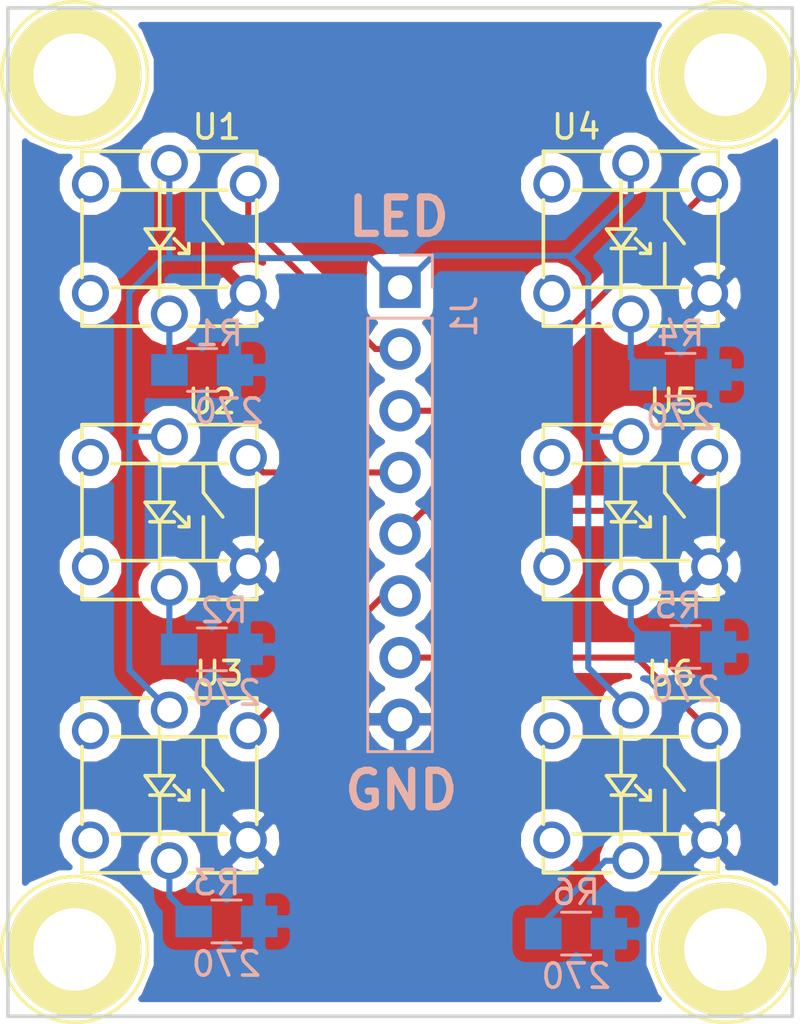
<source format=kicad_pcb>
(kicad_pcb (version 4) (host pcbnew 4.0.7+dfsg1-1)

  (general
    (links 30)
    (no_connects 0)
    (area 99.924999 99.924999 132.375001 141.575001)
    (thickness 1.6)
    (drawings 6)
    (tracks 59)
    (zones 0)
    (modules 17)
    (nets 27)
  )

  (page A4)
  (layers
    (0 F.Cu signal)
    (31 B.Cu signal)
    (32 B.Adhes user)
    (33 F.Adhes user)
    (34 B.Paste user)
    (35 F.Paste user)
    (36 B.SilkS user)
    (37 F.SilkS user)
    (38 B.Mask user)
    (39 F.Mask user)
    (40 Dwgs.User user)
    (41 Cmts.User user)
    (42 Eco1.User user)
    (43 Eco2.User user)
    (44 Edge.Cuts user)
    (45 Margin user)
    (46 B.CrtYd user)
    (47 F.CrtYd user)
    (48 B.Fab user)
    (49 F.Fab user)
  )

  (setup
    (last_trace_width 0.25)
    (trace_clearance 0.2)
    (zone_clearance 0.508)
    (zone_45_only no)
    (trace_min 0.2)
    (segment_width 0.2)
    (edge_width 0.15)
    (via_size 0.6)
    (via_drill 0.4)
    (via_min_size 0.4)
    (via_min_drill 0.3)
    (uvia_size 0.3)
    (uvia_drill 0.1)
    (uvias_allowed no)
    (uvia_min_size 0.2)
    (uvia_min_drill 0.1)
    (pcb_text_width 0.3)
    (pcb_text_size 1.5 1.5)
    (mod_edge_width 0.15)
    (mod_text_size 1 1)
    (mod_text_width 0.15)
    (pad_size 5.5 5.5)
    (pad_drill 3.4)
    (pad_to_mask_clearance 0.2)
    (aux_axis_origin 0 0)
    (visible_elements FFFFFF7F)
    (pcbplotparams
      (layerselection 0x00030_80000001)
      (usegerberextensions false)
      (excludeedgelayer true)
      (linewidth 0.100000)
      (plotframeref false)
      (viasonmask false)
      (mode 1)
      (useauxorigin false)
      (hpglpennumber 1)
      (hpglpenspeed 20)
      (hpglpendiameter 15)
      (hpglpenoverlay 2)
      (psnegative false)
      (psa4output false)
      (plotreference true)
      (plotvalue true)
      (plotinvisibletext false)
      (padsonsilk false)
      (subtractmaskfromsilk false)
      (outputformat 1)
      (mirror false)
      (drillshape 1)
      (scaleselection 1)
      (outputdirectory ""))
  )

  (net 0 "")
  (net 1 /LED_PWM)
  (net 2 /DIRECT)
  (net 3 /MENU)
  (net 4 /FPL)
  (net 5 /PROC)
  (net 6 /CLR)
  (net 7 /ENTER)
  (net 8 GND)
  (net 9 "Net-(R1-Pad2)")
  (net 10 "Net-(R2-Pad2)")
  (net 11 "Net-(R3-Pad2)")
  (net 12 "Net-(R4-Pad2)")
  (net 13 "Net-(R5-Pad2)")
  (net 14 "Net-(R6-Pad2)")
  (net 15 "Net-(U1-Pad4)")
  (net 16 "Net-(U1-Pad2)")
  (net 17 "Net-(U2-Pad4)")
  (net 18 "Net-(U2-Pad2)")
  (net 19 "Net-(U3-Pad4)")
  (net 20 "Net-(U3-Pad2)")
  (net 21 "Net-(U4-Pad4)")
  (net 22 "Net-(U4-Pad2)")
  (net 23 "Net-(U5-Pad4)")
  (net 24 "Net-(U5-Pad2)")
  (net 25 "Net-(U6-Pad4)")
  (net 26 "Net-(U6-Pad2)")

  (net_class Default "This is the default net class."
    (clearance 0.2)
    (trace_width 0.25)
    (via_dia 0.6)
    (via_drill 0.4)
    (uvia_dia 0.3)
    (uvia_drill 0.1)
    (add_net /CLR)
    (add_net /DIRECT)
    (add_net /ENTER)
    (add_net /FPL)
    (add_net /LED_PWM)
    (add_net /MENU)
    (add_net /PROC)
    (add_net GND)
    (add_net "Net-(R1-Pad2)")
    (add_net "Net-(R2-Pad2)")
    (add_net "Net-(R3-Pad2)")
    (add_net "Net-(R4-Pad2)")
    (add_net "Net-(R5-Pad2)")
    (add_net "Net-(R6-Pad2)")
    (add_net "Net-(U1-Pad2)")
    (add_net "Net-(U1-Pad4)")
    (add_net "Net-(U2-Pad2)")
    (add_net "Net-(U2-Pad4)")
    (add_net "Net-(U3-Pad2)")
    (add_net "Net-(U3-Pad4)")
    (add_net "Net-(U4-Pad2)")
    (add_net "Net-(U4-Pad4)")
    (add_net "Net-(U5-Pad2)")
    (add_net "Net-(U5-Pad4)")
    (add_net "Net-(U6-Pad2)")
    (add_net "Net-(U6-Pad4)")
  )

  (module Pin_Headers:Pin_Header_Straight_1x08_Pitch2.54mm (layer B.Cu) (tedit 5C0719B4) (tstamp 5C0712D1)
    (at 116.15 111.5 180)
    (descr "Through hole straight pin header, 1x08, 2.54mm pitch, single row")
    (tags "Through hole pin header THT 1x08 2.54mm single row")
    (path /5C072E48)
    (fp_text reference J1 (at -2.65 -1.2 270) (layer B.SilkS)
      (effects (font (size 1 1) (thickness 0.15)) (justify mirror))
    )
    (fp_text value Conn_01x08 (at 0 -20.11 180) (layer B.Fab)
      (effects (font (size 1 1) (thickness 0.15)) (justify mirror))
    )
    (fp_line (start -0.635 1.27) (end 1.27 1.27) (layer B.Fab) (width 0.1))
    (fp_line (start 1.27 1.27) (end 1.27 -19.05) (layer B.Fab) (width 0.1))
    (fp_line (start 1.27 -19.05) (end -1.27 -19.05) (layer B.Fab) (width 0.1))
    (fp_line (start -1.27 -19.05) (end -1.27 0.635) (layer B.Fab) (width 0.1))
    (fp_line (start -1.27 0.635) (end -0.635 1.27) (layer B.Fab) (width 0.1))
    (fp_line (start -1.33 -19.11) (end 1.33 -19.11) (layer B.SilkS) (width 0.12))
    (fp_line (start -1.33 -1.27) (end -1.33 -19.11) (layer B.SilkS) (width 0.12))
    (fp_line (start 1.33 -1.27) (end 1.33 -19.11) (layer B.SilkS) (width 0.12))
    (fp_line (start -1.33 -1.27) (end 1.33 -1.27) (layer B.SilkS) (width 0.12))
    (fp_line (start -1.33 0) (end -1.33 1.33) (layer B.SilkS) (width 0.12))
    (fp_line (start -1.33 1.33) (end 0 1.33) (layer B.SilkS) (width 0.12))
    (fp_line (start -1.8 1.8) (end -1.8 -19.55) (layer B.CrtYd) (width 0.05))
    (fp_line (start -1.8 -19.55) (end 1.8 -19.55) (layer B.CrtYd) (width 0.05))
    (fp_line (start 1.8 -19.55) (end 1.8 1.8) (layer B.CrtYd) (width 0.05))
    (fp_line (start 1.8 1.8) (end -1.8 1.8) (layer B.CrtYd) (width 0.05))
    (fp_text user %R (at 0 -8.89 450) (layer B.Fab)
      (effects (font (size 1 1) (thickness 0.15)) (justify mirror))
    )
    (pad 1 thru_hole rect (at 0 0 180) (size 1.7 1.7) (drill 1) (layers *.Cu *.Mask)
      (net 1 /LED_PWM))
    (pad 2 thru_hole oval (at 0 -2.54 180) (size 1.7 1.7) (drill 1) (layers *.Cu *.Mask)
      (net 2 /DIRECT))
    (pad 3 thru_hole oval (at 0 -5.08 180) (size 1.7 1.7) (drill 1) (layers *.Cu *.Mask)
      (net 3 /MENU))
    (pad 4 thru_hole oval (at 0 -7.62 180) (size 1.7 1.7) (drill 1) (layers *.Cu *.Mask)
      (net 4 /FPL))
    (pad 5 thru_hole oval (at 0 -10.16 180) (size 1.7 1.7) (drill 1) (layers *.Cu *.Mask)
      (net 5 /PROC))
    (pad 6 thru_hole oval (at 0 -12.7 180) (size 1.7 1.7) (drill 1) (layers *.Cu *.Mask)
      (net 6 /CLR))
    (pad 7 thru_hole oval (at 0 -15.24 180) (size 1.7 1.7) (drill 1) (layers *.Cu *.Mask)
      (net 7 /ENTER))
    (pad 8 thru_hole oval (at 0 -17.78 180) (size 1.7 1.7) (drill 1) (layers *.Cu *.Mask)
      (net 8 GND))
    (model ${KISYS3DMOD}/Pin_Headers.3dshapes/Pin_Header_Straight_1x08_Pitch2.54mm.wrl
      (at (xyz 0 0 0))
      (scale (xyz 1 1 1))
      (rotate (xyz 0 0 0))
    )
  )

  (module Resistors_SMD:R_0805_HandSoldering (layer B.Cu) (tedit 5C07189E) (tstamp 5C0712D7)
    (at 108 114.9 180)
    (descr "Resistor SMD 0805, hand soldering")
    (tags "resistor 0805")
    (path /5C072699)
    (attr smd)
    (fp_text reference R1 (at -0.7 1.5 180) (layer B.SilkS)
      (effects (font (size 1 1) (thickness 0.15)) (justify mirror))
    )
    (fp_text value 270 (at -1.1 -1.7 180) (layer B.SilkS)
      (effects (font (size 1 1) (thickness 0.15)) (justify mirror))
    )
    (fp_text user %R (at 0 0 180) (layer B.Fab)
      (effects (font (size 0.5 0.5) (thickness 0.075)) (justify mirror))
    )
    (fp_line (start -1 -0.62) (end -1 0.62) (layer B.Fab) (width 0.1))
    (fp_line (start 1 -0.62) (end -1 -0.62) (layer B.Fab) (width 0.1))
    (fp_line (start 1 0.62) (end 1 -0.62) (layer B.Fab) (width 0.1))
    (fp_line (start -1 0.62) (end 1 0.62) (layer B.Fab) (width 0.1))
    (fp_line (start 0.6 -0.88) (end -0.6 -0.88) (layer B.SilkS) (width 0.12))
    (fp_line (start -0.6 0.88) (end 0.6 0.88) (layer B.SilkS) (width 0.12))
    (fp_line (start -2.35 0.9) (end 2.35 0.9) (layer B.CrtYd) (width 0.05))
    (fp_line (start -2.35 0.9) (end -2.35 -0.9) (layer B.CrtYd) (width 0.05))
    (fp_line (start 2.35 -0.9) (end 2.35 0.9) (layer B.CrtYd) (width 0.05))
    (fp_line (start 2.35 -0.9) (end -2.35 -0.9) (layer B.CrtYd) (width 0.05))
    (pad 1 smd rect (at -1.35 0 180) (size 1.5 1.3) (layers B.Cu B.Paste B.Mask)
      (net 8 GND))
    (pad 2 smd rect (at 1.35 0 180) (size 1.5 1.3) (layers B.Cu B.Paste B.Mask)
      (net 9 "Net-(R1-Pad2)"))
    (model ${KISYS3DMOD}/Resistors_SMD.3dshapes/R_0805.wrl
      (at (xyz 0 0 0))
      (scale (xyz 1 1 1))
      (rotate (xyz 0 0 0))
    )
  )

  (module Resistors_SMD:R_0805_HandSoldering (layer B.Cu) (tedit 5C0718B6) (tstamp 5C0712DD)
    (at 108.4 126.4 180)
    (descr "Resistor SMD 0805, hand soldering")
    (tags "resistor 0805")
    (path /5C072964)
    (attr smd)
    (fp_text reference R2 (at -0.5 1.6 180) (layer B.SilkS)
      (effects (font (size 1 1) (thickness 0.15)) (justify mirror))
    )
    (fp_text value 270 (at -0.6 -1.8 180) (layer B.SilkS)
      (effects (font (size 1 1) (thickness 0.15)) (justify mirror))
    )
    (fp_text user %R (at 0 0 180) (layer B.Fab)
      (effects (font (size 0.5 0.5) (thickness 0.075)) (justify mirror))
    )
    (fp_line (start -1 -0.62) (end -1 0.62) (layer B.Fab) (width 0.1))
    (fp_line (start 1 -0.62) (end -1 -0.62) (layer B.Fab) (width 0.1))
    (fp_line (start 1 0.62) (end 1 -0.62) (layer B.Fab) (width 0.1))
    (fp_line (start -1 0.62) (end 1 0.62) (layer B.Fab) (width 0.1))
    (fp_line (start 0.6 -0.88) (end -0.6 -0.88) (layer B.SilkS) (width 0.12))
    (fp_line (start -0.6 0.88) (end 0.6 0.88) (layer B.SilkS) (width 0.12))
    (fp_line (start -2.35 0.9) (end 2.35 0.9) (layer B.CrtYd) (width 0.05))
    (fp_line (start -2.35 0.9) (end -2.35 -0.9) (layer B.CrtYd) (width 0.05))
    (fp_line (start 2.35 -0.9) (end 2.35 0.9) (layer B.CrtYd) (width 0.05))
    (fp_line (start 2.35 -0.9) (end -2.35 -0.9) (layer B.CrtYd) (width 0.05))
    (pad 1 smd rect (at -1.35 0 180) (size 1.5 1.3) (layers B.Cu B.Paste B.Mask)
      (net 8 GND))
    (pad 2 smd rect (at 1.35 0 180) (size 1.5 1.3) (layers B.Cu B.Paste B.Mask)
      (net 10 "Net-(R2-Pad2)"))
    (model ${KISYS3DMOD}/Resistors_SMD.3dshapes/R_0805.wrl
      (at (xyz 0 0 0))
      (scale (xyz 1 1 1))
      (rotate (xyz 0 0 0))
    )
  )

  (module Resistors_SMD:R_0805_HandSoldering (layer B.Cu) (tedit 5C0718C7) (tstamp 5C0712E3)
    (at 109 137.6 180)
    (descr "Resistor SMD 0805, hand soldering")
    (tags "resistor 0805")
    (path /5C072A54)
    (attr smd)
    (fp_text reference R3 (at 0.4 1.6 180) (layer B.SilkS)
      (effects (font (size 1 1) (thickness 0.15)) (justify mirror))
    )
    (fp_text value 270 (at 0 -1.75 180) (layer B.SilkS)
      (effects (font (size 1 1) (thickness 0.15)) (justify mirror))
    )
    (fp_text user %R (at 0 0 180) (layer B.Fab)
      (effects (font (size 0.5 0.5) (thickness 0.075)) (justify mirror))
    )
    (fp_line (start -1 -0.62) (end -1 0.62) (layer B.Fab) (width 0.1))
    (fp_line (start 1 -0.62) (end -1 -0.62) (layer B.Fab) (width 0.1))
    (fp_line (start 1 0.62) (end 1 -0.62) (layer B.Fab) (width 0.1))
    (fp_line (start -1 0.62) (end 1 0.62) (layer B.Fab) (width 0.1))
    (fp_line (start 0.6 -0.88) (end -0.6 -0.88) (layer B.SilkS) (width 0.12))
    (fp_line (start -0.6 0.88) (end 0.6 0.88) (layer B.SilkS) (width 0.12))
    (fp_line (start -2.35 0.9) (end 2.35 0.9) (layer B.CrtYd) (width 0.05))
    (fp_line (start -2.35 0.9) (end -2.35 -0.9) (layer B.CrtYd) (width 0.05))
    (fp_line (start 2.35 -0.9) (end 2.35 0.9) (layer B.CrtYd) (width 0.05))
    (fp_line (start 2.35 -0.9) (end -2.35 -0.9) (layer B.CrtYd) (width 0.05))
    (pad 1 smd rect (at -1.35 0 180) (size 1.5 1.3) (layers B.Cu B.Paste B.Mask)
      (net 8 GND))
    (pad 2 smd rect (at 1.35 0 180) (size 1.5 1.3) (layers B.Cu B.Paste B.Mask)
      (net 11 "Net-(R3-Pad2)"))
    (model ${KISYS3DMOD}/Resistors_SMD.3dshapes/R_0805.wrl
      (at (xyz 0 0 0))
      (scale (xyz 1 1 1))
      (rotate (xyz 0 0 0))
    )
  )

  (module Resistors_SMD:R_0805_HandSoldering (layer B.Cu) (tedit 5C0718F1) (tstamp 5C0712E9)
    (at 127.7 115.1 180)
    (descr "Resistor SMD 0805, hand soldering")
    (tags "resistor 0805")
    (path /5C07285C)
    (attr smd)
    (fp_text reference R4 (at 0 1.7 180) (layer B.SilkS)
      (effects (font (size 1 1) (thickness 0.15)) (justify mirror))
    )
    (fp_text value 270 (at 0 -1.75 180) (layer B.SilkS)
      (effects (font (size 1 1) (thickness 0.15)) (justify mirror))
    )
    (fp_text user %R (at 0 0 180) (layer B.Fab)
      (effects (font (size 0.5 0.5) (thickness 0.075)) (justify mirror))
    )
    (fp_line (start -1 -0.62) (end -1 0.62) (layer B.Fab) (width 0.1))
    (fp_line (start 1 -0.62) (end -1 -0.62) (layer B.Fab) (width 0.1))
    (fp_line (start 1 0.62) (end 1 -0.62) (layer B.Fab) (width 0.1))
    (fp_line (start -1 0.62) (end 1 0.62) (layer B.Fab) (width 0.1))
    (fp_line (start 0.6 -0.88) (end -0.6 -0.88) (layer B.SilkS) (width 0.12))
    (fp_line (start -0.6 0.88) (end 0.6 0.88) (layer B.SilkS) (width 0.12))
    (fp_line (start -2.35 0.9) (end 2.35 0.9) (layer B.CrtYd) (width 0.05))
    (fp_line (start -2.35 0.9) (end -2.35 -0.9) (layer B.CrtYd) (width 0.05))
    (fp_line (start 2.35 -0.9) (end 2.35 0.9) (layer B.CrtYd) (width 0.05))
    (fp_line (start 2.35 -0.9) (end -2.35 -0.9) (layer B.CrtYd) (width 0.05))
    (pad 1 smd rect (at -1.35 0 180) (size 1.5 1.3) (layers B.Cu B.Paste B.Mask)
      (net 8 GND))
    (pad 2 smd rect (at 1.35 0 180) (size 1.5 1.3) (layers B.Cu B.Paste B.Mask)
      (net 12 "Net-(R4-Pad2)"))
    (model ${KISYS3DMOD}/Resistors_SMD.3dshapes/R_0805.wrl
      (at (xyz 0 0 0))
      (scale (xyz 1 1 1))
      (rotate (xyz 0 0 0))
    )
  )

  (module Resistors_SMD:R_0805_HandSoldering (layer B.Cu) (tedit 5C0718E5) (tstamp 5C0712EF)
    (at 127.9 126.3 180)
    (descr "Resistor SMD 0805, hand soldering")
    (tags "resistor 0805")
    (path /5C07297C)
    (attr smd)
    (fp_text reference R5 (at 0.3 1.7 180) (layer B.SilkS)
      (effects (font (size 1 1) (thickness 0.15)) (justify mirror))
    )
    (fp_text value 270 (at 0 -1.75 180) (layer B.SilkS)
      (effects (font (size 1 1) (thickness 0.15)) (justify mirror))
    )
    (fp_text user %R (at 0 0 180) (layer B.Fab)
      (effects (font (size 0.5 0.5) (thickness 0.075)) (justify mirror))
    )
    (fp_line (start -1 -0.62) (end -1 0.62) (layer B.Fab) (width 0.1))
    (fp_line (start 1 -0.62) (end -1 -0.62) (layer B.Fab) (width 0.1))
    (fp_line (start 1 0.62) (end 1 -0.62) (layer B.Fab) (width 0.1))
    (fp_line (start -1 0.62) (end 1 0.62) (layer B.Fab) (width 0.1))
    (fp_line (start 0.6 -0.88) (end -0.6 -0.88) (layer B.SilkS) (width 0.12))
    (fp_line (start -0.6 0.88) (end 0.6 0.88) (layer B.SilkS) (width 0.12))
    (fp_line (start -2.35 0.9) (end 2.35 0.9) (layer B.CrtYd) (width 0.05))
    (fp_line (start -2.35 0.9) (end -2.35 -0.9) (layer B.CrtYd) (width 0.05))
    (fp_line (start 2.35 -0.9) (end 2.35 0.9) (layer B.CrtYd) (width 0.05))
    (fp_line (start 2.35 -0.9) (end -2.35 -0.9) (layer B.CrtYd) (width 0.05))
    (pad 1 smd rect (at -1.35 0 180) (size 1.5 1.3) (layers B.Cu B.Paste B.Mask)
      (net 8 GND))
    (pad 2 smd rect (at 1.35 0 180) (size 1.5 1.3) (layers B.Cu B.Paste B.Mask)
      (net 13 "Net-(R5-Pad2)"))
    (model ${KISYS3DMOD}/Resistors_SMD.3dshapes/R_0805.wrl
      (at (xyz 0 0 0))
      (scale (xyz 1 1 1))
      (rotate (xyz 0 0 0))
    )
  )

  (module Resistors_SMD:R_0805_HandSoldering (layer B.Cu) (tedit 5C0718D3) (tstamp 5C0712F5)
    (at 123.4 138.1 180)
    (descr "Resistor SMD 0805, hand soldering")
    (tags "resistor 0805")
    (path /5C072A6C)
    (attr smd)
    (fp_text reference R6 (at 0 1.7 180) (layer B.SilkS)
      (effects (font (size 1 1) (thickness 0.15)) (justify mirror))
    )
    (fp_text value 270 (at 0 -1.75 180) (layer B.SilkS)
      (effects (font (size 1 1) (thickness 0.15)) (justify mirror))
    )
    (fp_text user %R (at 0 0 180) (layer B.Fab)
      (effects (font (size 0.5 0.5) (thickness 0.075)) (justify mirror))
    )
    (fp_line (start -1 -0.62) (end -1 0.62) (layer B.Fab) (width 0.1))
    (fp_line (start 1 -0.62) (end -1 -0.62) (layer B.Fab) (width 0.1))
    (fp_line (start 1 0.62) (end 1 -0.62) (layer B.Fab) (width 0.1))
    (fp_line (start -1 0.62) (end 1 0.62) (layer B.Fab) (width 0.1))
    (fp_line (start 0.6 -0.88) (end -0.6 -0.88) (layer B.SilkS) (width 0.12))
    (fp_line (start -0.6 0.88) (end 0.6 0.88) (layer B.SilkS) (width 0.12))
    (fp_line (start -2.35 0.9) (end 2.35 0.9) (layer B.CrtYd) (width 0.05))
    (fp_line (start -2.35 0.9) (end -2.35 -0.9) (layer B.CrtYd) (width 0.05))
    (fp_line (start 2.35 -0.9) (end 2.35 0.9) (layer B.CrtYd) (width 0.05))
    (fp_line (start 2.35 -0.9) (end -2.35 -0.9) (layer B.CrtYd) (width 0.05))
    (pad 1 smd rect (at -1.35 0 180) (size 1.5 1.3) (layers B.Cu B.Paste B.Mask)
      (net 8 GND))
    (pad 2 smd rect (at 1.35 0 180) (size 1.5 1.3) (layers B.Cu B.Paste B.Mask)
      (net 14 "Net-(R6-Pad2)"))
    (model ${KISYS3DMOD}/Resistors_SMD.3dshapes/R_0805.wrl
      (at (xyz 0 0 0))
      (scale (xyz 1 1 1))
      (rotate (xyz 0 0 0))
    )
  )

  (module custom:SCREW_M3 (layer F.Cu) (tedit 5BAABA32) (tstamp 5C0712FA)
    (at 102.75 102.75)
    (descr "#6-32 Pan head")
    (path /5C073102)
    (fp_text reference S1 (at 0 0.5) (layer F.SilkS) hide
      (effects (font (size 1 1) (thickness 0.15)))
    )
    (fp_text value Screw (at 0 -0.5) (layer F.Fab) hide
      (effects (font (size 1 1) (thickness 0.15)))
    )
    (fp_circle (center 0 0) (end 3 0) (layer F.SilkS) (width 0.15))
    (pad "" thru_hole circle (at 0 0) (size 5.5 5.5) (drill 3.4) (layers *.Cu *.Mask F.SilkS))
  )

  (module custom:SCREW_M3 (layer F.Cu) (tedit 5BAABA32) (tstamp 5C0712FF)
    (at 102.75 138.75)
    (descr "#6-32 Pan head")
    (path /5C0731C9)
    (fp_text reference S2 (at 0 0.5) (layer F.SilkS) hide
      (effects (font (size 1 1) (thickness 0.15)))
    )
    (fp_text value Screw (at 0 -0.5) (layer F.Fab) hide
      (effects (font (size 1 1) (thickness 0.15)))
    )
    (fp_circle (center 0 0) (end 3 0) (layer F.SilkS) (width 0.15))
    (pad "" thru_hole circle (at 0 0) (size 5.5 5.5) (drill 3.4) (layers *.Cu *.Mask F.SilkS))
  )

  (module custom:SCREW_M3 (layer F.Cu) (tedit 5BAABA32) (tstamp 5C071304)
    (at 129.55 138.75)
    (descr "#6-32 Pan head")
    (path /5C07357A)
    (fp_text reference S3 (at 0 0.5) (layer F.SilkS) hide
      (effects (font (size 1 1) (thickness 0.15)))
    )
    (fp_text value Screw (at 0 -0.5) (layer F.Fab) hide
      (effects (font (size 1 1) (thickness 0.15)))
    )
    (fp_circle (center 0 0) (end 3 0) (layer F.SilkS) (width 0.15))
    (pad "" thru_hole circle (at 0 0) (size 5.5 5.5) (drill 3.4) (layers *.Cu *.Mask F.SilkS))
  )

  (module custom:SCREW_M3 (layer F.Cu) (tedit 5BAABA32) (tstamp 5C071309)
    (at 129.55 102.75)
    (descr "#6-32 Pan head")
    (path /5C073581)
    (fp_text reference S4 (at 0 0.5) (layer F.SilkS) hide
      (effects (font (size 1 1) (thickness 0.15)))
    )
    (fp_text value Screw (at 0 -0.5) (layer F.Fab) hide
      (effects (font (size 1 1) (thickness 0.15)))
    )
    (fp_circle (center 0 0) (end 3 0) (layer F.SilkS) (width 0.15))
    (pad "" thru_hole circle (at 0 0) (size 5.5 5.5) (drill 3.4) (layers *.Cu *.Mask F.SilkS))
  )

  (module custom:LedButton_C&K_ITSV1 (layer F.Cu) (tedit 5C07191E) (tstamp 5C071313)
    (at 106.65 109.5 270)
    (path /5C072671)
    (fp_text reference U1 (at -4.6 -1.95 360) (layer F.SilkS)
      (effects (font (size 1 1) (thickness 0.15)))
    )
    (fp_text value LedButton_C&K_ITSV1 (at 0.6 -6 270) (layer F.Fab)
      (effects (font (size 1 1) (thickness 0.15)))
    )
    (fp_line (start -0.4 0.4) (end -2.4 0.4) (layer F.SilkS) (width 0.15))
    (fp_line (start 0.4 0.4) (end 2.4 0.4) (layer F.SilkS) (width 0.15))
    (fp_line (start 0.6 -0.8) (end 0.2 -0.8) (layer F.SilkS) (width 0.15))
    (fp_line (start 0 -0.2) (end 0.6 -0.8) (layer F.SilkS) (width 0.15))
    (fp_line (start 0.6 -0.8) (end 0.6 -0.4) (layer F.SilkS) (width 0.15))
    (fp_line (start 0.4 -0.2) (end 0.4 0.8) (layer F.SilkS) (width 0.15))
    (fp_line (start -0.4 -0.2) (end -0.4 1) (layer F.SilkS) (width 0.15))
    (fp_line (start -0.4 1) (end 0.4 0.4) (layer F.SilkS) (width 0.15))
    (fp_line (start 0.4 0.4) (end -0.4 -0.2) (layer F.SilkS) (width 0.15))
    (fp_line (start 0.2 -1.4) (end 2 -1.4) (layer F.SilkS) (width 0.15))
    (fp_line (start -2 -1.4) (end -0.8 -1.4) (layer F.SilkS) (width 0.15))
    (fp_line (start -0.8 -1.4) (end 0.2 -2.2) (layer F.SilkS) (width 0.15))
    (fp_line (start 2 -2.4) (end 2 2.4) (layer F.SilkS) (width 0.15))
    (fp_line (start -2 -2.4) (end -2 2.4) (layer F.SilkS) (width 0.15))
    (fp_line (start -1.6 3.6) (end 1.6 3.6) (layer F.SilkS) (width 0.15))
    (fp_line (start -1.6 -3.6) (end 1.6 -3.6) (layer F.SilkS) (width 0.15))
    (fp_line (start 3.6 0.8) (end 3.6 3.6) (layer F.SilkS) (width 0.15))
    (fp_line (start 3.6 3.6) (end 3 3.6) (layer F.SilkS) (width 0.15))
    (fp_line (start 3 -3.6) (end 3.6 -3.6) (layer F.SilkS) (width 0.15))
    (fp_line (start 3.6 -3.6) (end 3.6 -0.8) (layer F.SilkS) (width 0.15))
    (fp_line (start -3.6 0.8) (end -3.6 3.6) (layer F.SilkS) (width 0.15))
    (fp_line (start -3.6 3.6) (end -3 3.6) (layer F.SilkS) (width 0.15))
    (fp_line (start -3.6 -3.6) (end -3.6 -0.8) (layer F.SilkS) (width 0.15))
    (fp_line (start -3.6 -3.6) (end -3 -3.6) (layer F.SilkS) (width 0.15))
    (pad 6 thru_hole circle (at 3.1 0 270) (size 1.524 1.524) (drill 1) (layers *.Cu *.Mask)
      (net 9 "Net-(R1-Pad2)"))
    (pad 4 thru_hole circle (at -2.25 3.25 270) (size 1.524 1.524) (drill 1) (layers *.Cu *.Mask)
      (net 15 "Net-(U1-Pad4)"))
    (pad 3 thru_hole circle (at -2.25 -3.25 270) (size 1.524 1.524) (drill 1) (layers *.Cu *.Mask)
      (net 2 /DIRECT))
    (pad 2 thru_hole circle (at 2.25 3.25 270) (size 1.524 1.524) (drill 1) (layers *.Cu *.Mask)
      (net 16 "Net-(U1-Pad2)"))
    (pad 1 thru_hole circle (at 2.25 -3.25 270) (size 1.524 1.524) (drill 1) (layers *.Cu *.Mask)
      (net 8 GND))
    (pad 5 thru_hole circle (at -3.1 0 270) (size 1.524 1.524) (drill 1) (layers *.Cu *.Mask)
      (net 1 /LED_PWM))
  )

  (module custom:LedButton_C&K_ITSV1 (layer F.Cu) (tedit 5C071928) (tstamp 5C07131D)
    (at 106.65 120.75 270)
    (path /5C07295C)
    (fp_text reference U2 (at -4.55 -1.75 360) (layer F.SilkS)
      (effects (font (size 1 1) (thickness 0.15)))
    )
    (fp_text value LedButton_C&K_ITSV1 (at 0.6 -6 270) (layer F.Fab)
      (effects (font (size 1 1) (thickness 0.15)))
    )
    (fp_line (start -0.4 0.4) (end -2.4 0.4) (layer F.SilkS) (width 0.15))
    (fp_line (start 0.4 0.4) (end 2.4 0.4) (layer F.SilkS) (width 0.15))
    (fp_line (start 0.6 -0.8) (end 0.2 -0.8) (layer F.SilkS) (width 0.15))
    (fp_line (start 0 -0.2) (end 0.6 -0.8) (layer F.SilkS) (width 0.15))
    (fp_line (start 0.6 -0.8) (end 0.6 -0.4) (layer F.SilkS) (width 0.15))
    (fp_line (start 0.4 -0.2) (end 0.4 0.8) (layer F.SilkS) (width 0.15))
    (fp_line (start -0.4 -0.2) (end -0.4 1) (layer F.SilkS) (width 0.15))
    (fp_line (start -0.4 1) (end 0.4 0.4) (layer F.SilkS) (width 0.15))
    (fp_line (start 0.4 0.4) (end -0.4 -0.2) (layer F.SilkS) (width 0.15))
    (fp_line (start 0.2 -1.4) (end 2 -1.4) (layer F.SilkS) (width 0.15))
    (fp_line (start -2 -1.4) (end -0.8 -1.4) (layer F.SilkS) (width 0.15))
    (fp_line (start -0.8 -1.4) (end 0.2 -2.2) (layer F.SilkS) (width 0.15))
    (fp_line (start 2 -2.4) (end 2 2.4) (layer F.SilkS) (width 0.15))
    (fp_line (start -2 -2.4) (end -2 2.4) (layer F.SilkS) (width 0.15))
    (fp_line (start -1.6 3.6) (end 1.6 3.6) (layer F.SilkS) (width 0.15))
    (fp_line (start -1.6 -3.6) (end 1.6 -3.6) (layer F.SilkS) (width 0.15))
    (fp_line (start 3.6 0.8) (end 3.6 3.6) (layer F.SilkS) (width 0.15))
    (fp_line (start 3.6 3.6) (end 3 3.6) (layer F.SilkS) (width 0.15))
    (fp_line (start 3 -3.6) (end 3.6 -3.6) (layer F.SilkS) (width 0.15))
    (fp_line (start 3.6 -3.6) (end 3.6 -0.8) (layer F.SilkS) (width 0.15))
    (fp_line (start -3.6 0.8) (end -3.6 3.6) (layer F.SilkS) (width 0.15))
    (fp_line (start -3.6 3.6) (end -3 3.6) (layer F.SilkS) (width 0.15))
    (fp_line (start -3.6 -3.6) (end -3.6 -0.8) (layer F.SilkS) (width 0.15))
    (fp_line (start -3.6 -3.6) (end -3 -3.6) (layer F.SilkS) (width 0.15))
    (pad 6 thru_hole circle (at 3.1 0 270) (size 1.524 1.524) (drill 1) (layers *.Cu *.Mask)
      (net 10 "Net-(R2-Pad2)"))
    (pad 4 thru_hole circle (at -2.25 3.25 270) (size 1.524 1.524) (drill 1) (layers *.Cu *.Mask)
      (net 17 "Net-(U2-Pad4)"))
    (pad 3 thru_hole circle (at -2.25 -3.25 270) (size 1.524 1.524) (drill 1) (layers *.Cu *.Mask)
      (net 4 /FPL))
    (pad 2 thru_hole circle (at 2.25 3.25 270) (size 1.524 1.524) (drill 1) (layers *.Cu *.Mask)
      (net 18 "Net-(U2-Pad2)"))
    (pad 1 thru_hole circle (at 2.25 -3.25 270) (size 1.524 1.524) (drill 1) (layers *.Cu *.Mask)
      (net 8 GND))
    (pad 5 thru_hole circle (at -3.1 0 270) (size 1.524 1.524) (drill 1) (layers *.Cu *.Mask)
      (net 1 /LED_PWM))
  )

  (module custom:LedButton_C&K_ITSV1 (layer F.Cu) (tedit 5C071931) (tstamp 5C071327)
    (at 106.65 132 270)
    (path /5C072A4C)
    (fp_text reference U3 (at -4.6 -2.05 360) (layer F.SilkS)
      (effects (font (size 1 1) (thickness 0.15)))
    )
    (fp_text value LedButton_C&K_ITSV1 (at 0.6 -6 270) (layer F.Fab)
      (effects (font (size 1 1) (thickness 0.15)))
    )
    (fp_line (start -0.4 0.4) (end -2.4 0.4) (layer F.SilkS) (width 0.15))
    (fp_line (start 0.4 0.4) (end 2.4 0.4) (layer F.SilkS) (width 0.15))
    (fp_line (start 0.6 -0.8) (end 0.2 -0.8) (layer F.SilkS) (width 0.15))
    (fp_line (start 0 -0.2) (end 0.6 -0.8) (layer F.SilkS) (width 0.15))
    (fp_line (start 0.6 -0.8) (end 0.6 -0.4) (layer F.SilkS) (width 0.15))
    (fp_line (start 0.4 -0.2) (end 0.4 0.8) (layer F.SilkS) (width 0.15))
    (fp_line (start -0.4 -0.2) (end -0.4 1) (layer F.SilkS) (width 0.15))
    (fp_line (start -0.4 1) (end 0.4 0.4) (layer F.SilkS) (width 0.15))
    (fp_line (start 0.4 0.4) (end -0.4 -0.2) (layer F.SilkS) (width 0.15))
    (fp_line (start 0.2 -1.4) (end 2 -1.4) (layer F.SilkS) (width 0.15))
    (fp_line (start -2 -1.4) (end -0.8 -1.4) (layer F.SilkS) (width 0.15))
    (fp_line (start -0.8 -1.4) (end 0.2 -2.2) (layer F.SilkS) (width 0.15))
    (fp_line (start 2 -2.4) (end 2 2.4) (layer F.SilkS) (width 0.15))
    (fp_line (start -2 -2.4) (end -2 2.4) (layer F.SilkS) (width 0.15))
    (fp_line (start -1.6 3.6) (end 1.6 3.6) (layer F.SilkS) (width 0.15))
    (fp_line (start -1.6 -3.6) (end 1.6 -3.6) (layer F.SilkS) (width 0.15))
    (fp_line (start 3.6 0.8) (end 3.6 3.6) (layer F.SilkS) (width 0.15))
    (fp_line (start 3.6 3.6) (end 3 3.6) (layer F.SilkS) (width 0.15))
    (fp_line (start 3 -3.6) (end 3.6 -3.6) (layer F.SilkS) (width 0.15))
    (fp_line (start 3.6 -3.6) (end 3.6 -0.8) (layer F.SilkS) (width 0.15))
    (fp_line (start -3.6 0.8) (end -3.6 3.6) (layer F.SilkS) (width 0.15))
    (fp_line (start -3.6 3.6) (end -3 3.6) (layer F.SilkS) (width 0.15))
    (fp_line (start -3.6 -3.6) (end -3.6 -0.8) (layer F.SilkS) (width 0.15))
    (fp_line (start -3.6 -3.6) (end -3 -3.6) (layer F.SilkS) (width 0.15))
    (pad 6 thru_hole circle (at 3.1 0 270) (size 1.524 1.524) (drill 1) (layers *.Cu *.Mask)
      (net 11 "Net-(R3-Pad2)"))
    (pad 4 thru_hole circle (at -2.25 3.25 270) (size 1.524 1.524) (drill 1) (layers *.Cu *.Mask)
      (net 19 "Net-(U3-Pad4)"))
    (pad 3 thru_hole circle (at -2.25 -3.25 270) (size 1.524 1.524) (drill 1) (layers *.Cu *.Mask)
      (net 6 /CLR))
    (pad 2 thru_hole circle (at 2.25 3.25 270) (size 1.524 1.524) (drill 1) (layers *.Cu *.Mask)
      (net 20 "Net-(U3-Pad2)"))
    (pad 1 thru_hole circle (at 2.25 -3.25 270) (size 1.524 1.524) (drill 1) (layers *.Cu *.Mask)
      (net 8 GND))
    (pad 5 thru_hole circle (at -3.1 0 270) (size 1.524 1.524) (drill 1) (layers *.Cu *.Mask)
      (net 1 /LED_PWM))
  )

  (module custom:LedButton_C&K_ITSV1 (layer F.Cu) (tedit 5C071948) (tstamp 5C071331)
    (at 125.65 109.5 270)
    (path /5C072854)
    (fp_text reference U4 (at -4.6 2.25 360) (layer F.SilkS)
      (effects (font (size 1 1) (thickness 0.15)))
    )
    (fp_text value LedButton_C&K_ITSV1 (at 0.6 -6 270) (layer F.Fab)
      (effects (font (size 1 1) (thickness 0.15)))
    )
    (fp_line (start -0.4 0.4) (end -2.4 0.4) (layer F.SilkS) (width 0.15))
    (fp_line (start 0.4 0.4) (end 2.4 0.4) (layer F.SilkS) (width 0.15))
    (fp_line (start 0.6 -0.8) (end 0.2 -0.8) (layer F.SilkS) (width 0.15))
    (fp_line (start 0 -0.2) (end 0.6 -0.8) (layer F.SilkS) (width 0.15))
    (fp_line (start 0.6 -0.8) (end 0.6 -0.4) (layer F.SilkS) (width 0.15))
    (fp_line (start 0.4 -0.2) (end 0.4 0.8) (layer F.SilkS) (width 0.15))
    (fp_line (start -0.4 -0.2) (end -0.4 1) (layer F.SilkS) (width 0.15))
    (fp_line (start -0.4 1) (end 0.4 0.4) (layer F.SilkS) (width 0.15))
    (fp_line (start 0.4 0.4) (end -0.4 -0.2) (layer F.SilkS) (width 0.15))
    (fp_line (start 0.2 -1.4) (end 2 -1.4) (layer F.SilkS) (width 0.15))
    (fp_line (start -2 -1.4) (end -0.8 -1.4) (layer F.SilkS) (width 0.15))
    (fp_line (start -0.8 -1.4) (end 0.2 -2.2) (layer F.SilkS) (width 0.15))
    (fp_line (start 2 -2.4) (end 2 2.4) (layer F.SilkS) (width 0.15))
    (fp_line (start -2 -2.4) (end -2 2.4) (layer F.SilkS) (width 0.15))
    (fp_line (start -1.6 3.6) (end 1.6 3.6) (layer F.SilkS) (width 0.15))
    (fp_line (start -1.6 -3.6) (end 1.6 -3.6) (layer F.SilkS) (width 0.15))
    (fp_line (start 3.6 0.8) (end 3.6 3.6) (layer F.SilkS) (width 0.15))
    (fp_line (start 3.6 3.6) (end 3 3.6) (layer F.SilkS) (width 0.15))
    (fp_line (start 3 -3.6) (end 3.6 -3.6) (layer F.SilkS) (width 0.15))
    (fp_line (start 3.6 -3.6) (end 3.6 -0.8) (layer F.SilkS) (width 0.15))
    (fp_line (start -3.6 0.8) (end -3.6 3.6) (layer F.SilkS) (width 0.15))
    (fp_line (start -3.6 3.6) (end -3 3.6) (layer F.SilkS) (width 0.15))
    (fp_line (start -3.6 -3.6) (end -3.6 -0.8) (layer F.SilkS) (width 0.15))
    (fp_line (start -3.6 -3.6) (end -3 -3.6) (layer F.SilkS) (width 0.15))
    (pad 6 thru_hole circle (at 3.1 0 270) (size 1.524 1.524) (drill 1) (layers *.Cu *.Mask)
      (net 12 "Net-(R4-Pad2)"))
    (pad 4 thru_hole circle (at -2.25 3.25 270) (size 1.524 1.524) (drill 1) (layers *.Cu *.Mask)
      (net 21 "Net-(U4-Pad4)"))
    (pad 3 thru_hole circle (at -2.25 -3.25 270) (size 1.524 1.524) (drill 1) (layers *.Cu *.Mask)
      (net 3 /MENU))
    (pad 2 thru_hole circle (at 2.25 3.25 270) (size 1.524 1.524) (drill 1) (layers *.Cu *.Mask)
      (net 22 "Net-(U4-Pad2)"))
    (pad 1 thru_hole circle (at 2.25 -3.25 270) (size 1.524 1.524) (drill 1) (layers *.Cu *.Mask)
      (net 8 GND))
    (pad 5 thru_hole circle (at -3.1 0 270) (size 1.524 1.524) (drill 1) (layers *.Cu *.Mask)
      (net 1 /LED_PWM))
  )

  (module custom:LedButton_C&K_ITSV1 (layer F.Cu) (tedit 5C071940) (tstamp 5C07133B)
    (at 125.65 120.75 270)
    (path /5C072974)
    (fp_text reference U5 (at -4.55 -1.75 360) (layer F.SilkS)
      (effects (font (size 1 1) (thickness 0.15)))
    )
    (fp_text value LedButton_C&K_ITSV1 (at 0.6 -6 270) (layer F.Fab)
      (effects (font (size 1 1) (thickness 0.15)))
    )
    (fp_line (start -0.4 0.4) (end -2.4 0.4) (layer F.SilkS) (width 0.15))
    (fp_line (start 0.4 0.4) (end 2.4 0.4) (layer F.SilkS) (width 0.15))
    (fp_line (start 0.6 -0.8) (end 0.2 -0.8) (layer F.SilkS) (width 0.15))
    (fp_line (start 0 -0.2) (end 0.6 -0.8) (layer F.SilkS) (width 0.15))
    (fp_line (start 0.6 -0.8) (end 0.6 -0.4) (layer F.SilkS) (width 0.15))
    (fp_line (start 0.4 -0.2) (end 0.4 0.8) (layer F.SilkS) (width 0.15))
    (fp_line (start -0.4 -0.2) (end -0.4 1) (layer F.SilkS) (width 0.15))
    (fp_line (start -0.4 1) (end 0.4 0.4) (layer F.SilkS) (width 0.15))
    (fp_line (start 0.4 0.4) (end -0.4 -0.2) (layer F.SilkS) (width 0.15))
    (fp_line (start 0.2 -1.4) (end 2 -1.4) (layer F.SilkS) (width 0.15))
    (fp_line (start -2 -1.4) (end -0.8 -1.4) (layer F.SilkS) (width 0.15))
    (fp_line (start -0.8 -1.4) (end 0.2 -2.2) (layer F.SilkS) (width 0.15))
    (fp_line (start 2 -2.4) (end 2 2.4) (layer F.SilkS) (width 0.15))
    (fp_line (start -2 -2.4) (end -2 2.4) (layer F.SilkS) (width 0.15))
    (fp_line (start -1.6 3.6) (end 1.6 3.6) (layer F.SilkS) (width 0.15))
    (fp_line (start -1.6 -3.6) (end 1.6 -3.6) (layer F.SilkS) (width 0.15))
    (fp_line (start 3.6 0.8) (end 3.6 3.6) (layer F.SilkS) (width 0.15))
    (fp_line (start 3.6 3.6) (end 3 3.6) (layer F.SilkS) (width 0.15))
    (fp_line (start 3 -3.6) (end 3.6 -3.6) (layer F.SilkS) (width 0.15))
    (fp_line (start 3.6 -3.6) (end 3.6 -0.8) (layer F.SilkS) (width 0.15))
    (fp_line (start -3.6 0.8) (end -3.6 3.6) (layer F.SilkS) (width 0.15))
    (fp_line (start -3.6 3.6) (end -3 3.6) (layer F.SilkS) (width 0.15))
    (fp_line (start -3.6 -3.6) (end -3.6 -0.8) (layer F.SilkS) (width 0.15))
    (fp_line (start -3.6 -3.6) (end -3 -3.6) (layer F.SilkS) (width 0.15))
    (pad 6 thru_hole circle (at 3.1 0 270) (size 1.524 1.524) (drill 1) (layers *.Cu *.Mask)
      (net 13 "Net-(R5-Pad2)"))
    (pad 4 thru_hole circle (at -2.25 3.25 270) (size 1.524 1.524) (drill 1) (layers *.Cu *.Mask)
      (net 23 "Net-(U5-Pad4)"))
    (pad 3 thru_hole circle (at -2.25 -3.25 270) (size 1.524 1.524) (drill 1) (layers *.Cu *.Mask)
      (net 5 /PROC))
    (pad 2 thru_hole circle (at 2.25 3.25 270) (size 1.524 1.524) (drill 1) (layers *.Cu *.Mask)
      (net 24 "Net-(U5-Pad2)"))
    (pad 1 thru_hole circle (at 2.25 -3.25 270) (size 1.524 1.524) (drill 1) (layers *.Cu *.Mask)
      (net 8 GND))
    (pad 5 thru_hole circle (at -3.1 0 270) (size 1.524 1.524) (drill 1) (layers *.Cu *.Mask)
      (net 1 /LED_PWM))
  )

  (module custom:LedButton_C&K_ITSV1 (layer F.Cu) (tedit 5C071939) (tstamp 5C071345)
    (at 125.65 132 270)
    (path /5C072A64)
    (fp_text reference U6 (at -4.6 -1.65 360) (layer F.SilkS)
      (effects (font (size 1 1) (thickness 0.15)))
    )
    (fp_text value LedButton_C&K_ITSV1 (at 0.6 -6 270) (layer F.Fab)
      (effects (font (size 1 1) (thickness 0.15)))
    )
    (fp_line (start -0.4 0.4) (end -2.4 0.4) (layer F.SilkS) (width 0.15))
    (fp_line (start 0.4 0.4) (end 2.4 0.4) (layer F.SilkS) (width 0.15))
    (fp_line (start 0.6 -0.8) (end 0.2 -0.8) (layer F.SilkS) (width 0.15))
    (fp_line (start 0 -0.2) (end 0.6 -0.8) (layer F.SilkS) (width 0.15))
    (fp_line (start 0.6 -0.8) (end 0.6 -0.4) (layer F.SilkS) (width 0.15))
    (fp_line (start 0.4 -0.2) (end 0.4 0.8) (layer F.SilkS) (width 0.15))
    (fp_line (start -0.4 -0.2) (end -0.4 1) (layer F.SilkS) (width 0.15))
    (fp_line (start -0.4 1) (end 0.4 0.4) (layer F.SilkS) (width 0.15))
    (fp_line (start 0.4 0.4) (end -0.4 -0.2) (layer F.SilkS) (width 0.15))
    (fp_line (start 0.2 -1.4) (end 2 -1.4) (layer F.SilkS) (width 0.15))
    (fp_line (start -2 -1.4) (end -0.8 -1.4) (layer F.SilkS) (width 0.15))
    (fp_line (start -0.8 -1.4) (end 0.2 -2.2) (layer F.SilkS) (width 0.15))
    (fp_line (start 2 -2.4) (end 2 2.4) (layer F.SilkS) (width 0.15))
    (fp_line (start -2 -2.4) (end -2 2.4) (layer F.SilkS) (width 0.15))
    (fp_line (start -1.6 3.6) (end 1.6 3.6) (layer F.SilkS) (width 0.15))
    (fp_line (start -1.6 -3.6) (end 1.6 -3.6) (layer F.SilkS) (width 0.15))
    (fp_line (start 3.6 0.8) (end 3.6 3.6) (layer F.SilkS) (width 0.15))
    (fp_line (start 3.6 3.6) (end 3 3.6) (layer F.SilkS) (width 0.15))
    (fp_line (start 3 -3.6) (end 3.6 -3.6) (layer F.SilkS) (width 0.15))
    (fp_line (start 3.6 -3.6) (end 3.6 -0.8) (layer F.SilkS) (width 0.15))
    (fp_line (start -3.6 0.8) (end -3.6 3.6) (layer F.SilkS) (width 0.15))
    (fp_line (start -3.6 3.6) (end -3 3.6) (layer F.SilkS) (width 0.15))
    (fp_line (start -3.6 -3.6) (end -3.6 -0.8) (layer F.SilkS) (width 0.15))
    (fp_line (start -3.6 -3.6) (end -3 -3.6) (layer F.SilkS) (width 0.15))
    (pad 6 thru_hole circle (at 3.1 0 270) (size 1.524 1.524) (drill 1) (layers *.Cu *.Mask)
      (net 14 "Net-(R6-Pad2)"))
    (pad 4 thru_hole circle (at -2.25 3.25 270) (size 1.524 1.524) (drill 1) (layers *.Cu *.Mask)
      (net 25 "Net-(U6-Pad4)"))
    (pad 3 thru_hole circle (at -2.25 -3.25 270) (size 1.524 1.524) (drill 1) (layers *.Cu *.Mask)
      (net 7 /ENTER))
    (pad 2 thru_hole circle (at 2.25 3.25 270) (size 1.524 1.524) (drill 1) (layers *.Cu *.Mask)
      (net 26 "Net-(U6-Pad2)"))
    (pad 1 thru_hole circle (at 2.25 -3.25 270) (size 1.524 1.524) (drill 1) (layers *.Cu *.Mask)
      (net 8 GND))
    (pad 5 thru_hole circle (at -3.1 0 270) (size 1.524 1.524) (drill 1) (layers *.Cu *.Mask)
      (net 1 /LED_PWM))
  )

  (gr_text LED (at 116.1 108.6) (layer B.SilkS)
    (effects (font (size 1.5 1.5) (thickness 0.3)))
  )
  (gr_text GND (at 116.2 132.2) (layer B.SilkS)
    (effects (font (size 1.5 1.5) (thickness 0.3)))
  )
  (gr_line (start 100 141.5) (end 100 100) (angle 90) (layer Edge.Cuts) (width 0.15))
  (gr_line (start 132.3 141.5) (end 100 141.5) (angle 90) (layer Edge.Cuts) (width 0.15))
  (gr_line (start 132.3 100) (end 132.3 141.5) (angle 90) (layer Edge.Cuts) (width 0.15))
  (gr_line (start 100 100) (end 132.3 100) (angle 90) (layer Edge.Cuts) (width 0.15))

  (segment (start 125.65 106.4) (end 125.65 107.75) (width 0.25) (layer B.Cu) (net 1))
  (segment (start 125.65 107.75) (end 123.15 110.25) (width 0.25) (layer B.Cu) (net 1) (tstamp 5C07181E))
  (segment (start 125.65 117.65) (end 123.9 117.65) (width 0.25) (layer B.Cu) (net 1))
  (segment (start 124 117.6) (end 123.9 117.6) (width 0.25) (layer B.Cu) (net 1) (tstamp 5C07181B))
  (segment (start 123.95 117.6) (end 124 117.6) (width 0.25) (layer B.Cu) (net 1) (tstamp 5C07181A))
  (segment (start 123.9 117.65) (end 123.95 117.6) (width 0.25) (layer B.Cu) (net 1) (tstamp 5C071819))
  (segment (start 116.15 111.5) (end 116.2 111.5) (width 0.25) (layer B.Cu) (net 1))
  (segment (start 116.2 111.5) (end 117.5 110.2) (width 0.25) (layer B.Cu) (net 1) (tstamp 5C07180F))
  (segment (start 123.9 127.15) (end 125.65 128.9) (width 0.25) (layer B.Cu) (net 1) (tstamp 5C071815))
  (segment (start 123.9 111) (end 123.9 117.6) (width 0.25) (layer B.Cu) (net 1) (tstamp 5C071814))
  (segment (start 123.9 117.6) (end 123.9 127.15) (width 0.25) (layer B.Cu) (net 1) (tstamp 5C07181C))
  (segment (start 123.1 110.2) (end 123.15 110.25) (width 0.25) (layer B.Cu) (net 1) (tstamp 5C071812))
  (segment (start 123.15 110.25) (end 123.9 111) (width 0.25) (layer B.Cu) (net 1) (tstamp 5C071822))
  (segment (start 117.5 110.2) (end 123.1 110.2) (width 0.25) (layer B.Cu) (net 1) (tstamp 5C071810))
  (segment (start 106.65 106.4) (end 106.65 110.3) (width 0.25) (layer B.Cu) (net 1))
  (segment (start 106.7 110.2) (end 106.7 110.3) (width 0.25) (layer B.Cu) (net 1) (tstamp 5C07180C))
  (segment (start 106.7 110.25) (end 106.7 110.2) (width 0.25) (layer B.Cu) (net 1) (tstamp 5C07180B))
  (segment (start 106.65 110.3) (end 106.7 110.25) (width 0.25) (layer B.Cu) (net 1) (tstamp 5C07180A))
  (segment (start 106.65 117.65) (end 105 117.65) (width 0.25) (layer B.Cu) (net 1))
  (segment (start 105.1 117.7) (end 105 117.7) (width 0.25) (layer B.Cu) (net 1) (tstamp 5C071807))
  (segment (start 105.05 117.7) (end 105.1 117.7) (width 0.25) (layer B.Cu) (net 1) (tstamp 5C071806))
  (segment (start 105 117.65) (end 105.05 117.7) (width 0.25) (layer B.Cu) (net 1) (tstamp 5C071805))
  (segment (start 116.15 111.5) (end 116.1 111.5) (width 0.25) (layer B.Cu) (net 1))
  (segment (start 116.1 111.5) (end 114.9 110.3) (width 0.25) (layer B.Cu) (net 1) (tstamp 5C0717FA))
  (segment (start 114.9 110.3) (end 106.7 110.3) (width 0.25) (layer B.Cu) (net 1) (tstamp 5C0717FB))
  (segment (start 106.7 110.3) (end 106.4 110.3) (width 0.25) (layer B.Cu) (net 1) (tstamp 5C07180D))
  (segment (start 106.4 110.3) (end 105 111.7) (width 0.25) (layer B.Cu) (net 1) (tstamp 5C0717FD))
  (segment (start 105 111.7) (end 105 117.7) (width 0.25) (layer B.Cu) (net 1) (tstamp 5C0717FF))
  (segment (start 105 117.7) (end 105 127.25) (width 0.25) (layer B.Cu) (net 1) (tstamp 5C071808))
  (segment (start 105 127.25) (end 106.65 128.9) (width 0.25) (layer B.Cu) (net 1) (tstamp 5C071801))
  (segment (start 109.9 107.25) (end 109.9 108.8) (width 0.25) (layer F.Cu) (net 2))
  (segment (start 115.14 114.04) (end 116.15 114.04) (width 0.25) (layer F.Cu) (net 2) (tstamp 5C07183F))
  (segment (start 109.9 108.8) (end 115.14 114.04) (width 0.25) (layer F.Cu) (net 2) (tstamp 5C071839))
  (segment (start 128.9 107.25) (end 128.9 107.4) (width 0.25) (layer F.Cu) (net 3))
  (segment (start 128.9 107.4) (end 119.72 116.58) (width 0.25) (layer F.Cu) (net 3) (tstamp 5C071845))
  (segment (start 119.72 116.58) (end 116.15 116.58) (width 0.25) (layer F.Cu) (net 3) (tstamp 5C07184B))
  (segment (start 116.15 119.12) (end 110.52 119.12) (width 0.25) (layer F.Cu) (net 4))
  (segment (start 110.52 119.12) (end 109.9 118.5) (width 0.25) (layer F.Cu) (net 4) (tstamp 5C07185A))
  (segment (start 128.9 118.5) (end 128.9 118.9) (width 0.25) (layer F.Cu) (net 5))
  (segment (start 128.9 118.9) (end 127.1 120.7) (width 0.25) (layer F.Cu) (net 5) (tstamp 5C071851))
  (segment (start 127.1 120.7) (end 117.11 120.7) (width 0.25) (layer F.Cu) (net 5) (tstamp 5C071853))
  (segment (start 117.11 120.7) (end 116.15 121.66) (width 0.25) (layer F.Cu) (net 5) (tstamp 5C071857))
  (segment (start 116.15 124.2) (end 115.45 124.2) (width 0.25) (layer F.Cu) (net 6))
  (segment (start 115.45 124.2) (end 109.9 129.75) (width 0.25) (layer F.Cu) (net 6) (tstamp 5C07185D))
  (segment (start 116.15 126.74) (end 125.89 126.74) (width 0.25) (layer F.Cu) (net 7))
  (segment (start 125.89 126.74) (end 128.9 129.75) (width 0.25) (layer F.Cu) (net 7) (tstamp 5C071861))
  (segment (start 106.65 112.6) (end 106.65 114.9) (width 0.25) (layer B.Cu) (net 9))
  (segment (start 106.65 123.85) (end 106.65 126) (width 0.25) (layer B.Cu) (net 10))
  (segment (start 106.65 126) (end 107.05 126.4) (width 0.25) (layer B.Cu) (net 10) (tstamp 5C071834))
  (segment (start 107.65 137.6) (end 107.65 137.55) (width 0.25) (layer B.Cu) (net 11))
  (segment (start 107.65 137.55) (end 106.65 136.55) (width 0.25) (layer B.Cu) (net 11) (tstamp 5C07182F))
  (segment (start 106.65 136.55) (end 106.65 135.1) (width 0.25) (layer B.Cu) (net 11) (tstamp 5C071830))
  (segment (start 125.65 112.6) (end 125.65 114.4) (width 0.25) (layer B.Cu) (net 12))
  (segment (start 125.65 114.4) (end 126.35 115.1) (width 0.25) (layer B.Cu) (net 12) (tstamp 5C071824))
  (segment (start 125.65 123.85) (end 125.65 125.4) (width 0.25) (layer B.Cu) (net 13))
  (segment (start 125.65 125.4) (end 126.55 126.3) (width 0.25) (layer B.Cu) (net 13) (tstamp 5C071827))
  (segment (start 122.05 138.1) (end 122.05 137.65) (width 0.25) (layer B.Cu) (net 14))
  (segment (start 122.05 137.65) (end 124.6 135.1) (width 0.25) (layer B.Cu) (net 14) (tstamp 5C07182A))
  (segment (start 124.6 135.1) (end 125.65 135.1) (width 0.25) (layer B.Cu) (net 14) (tstamp 5C07182B))

  (zone (net 8) (net_name GND) (layer F.Cu) (tstamp 5C0719EB) (hatch edge 0.508)
    (connect_pads (clearance 0.508))
    (min_thickness 0.254)
    (fill yes (arc_segments 16) (thermal_gap 0.508) (thermal_bridge_width 0.508))
    (polygon
      (pts
        (xy 132.3 141.5) (xy 100 141.5) (xy 100 100) (xy 132.3 100)
      )
    )
    (filled_polygon
      (pts
        (xy 126.68201 100.830048) (xy 126.165589 102.073728) (xy 126.164414 103.420364) (xy 126.678663 104.664943) (xy 127.630048 105.61799)
        (xy 128.408857 105.94138) (xy 128.109697 106.06499) (xy 127.716371 106.45763) (xy 127.503243 106.9709) (xy 127.502758 107.526661)
        (xy 127.56 107.665197) (xy 123.783973 111.441225) (xy 123.58501 110.959697) (xy 123.19237 110.566371) (xy 122.6791 110.353243)
        (xy 122.123339 110.352758) (xy 121.609697 110.56499) (xy 121.216371 110.95763) (xy 121.003243 111.4709) (xy 121.002758 112.026661)
        (xy 121.21499 112.540303) (xy 121.60763 112.933629) (xy 122.090898 113.134299) (xy 119.405198 115.82) (xy 117.422954 115.82)
        (xy 117.229147 115.529946) (xy 116.899974 115.31) (xy 117.229147 115.090054) (xy 117.551054 114.608285) (xy 117.664093 114.04)
        (xy 117.551054 113.471715) (xy 117.229147 112.989946) (xy 117.187548 112.96215) (xy 117.235317 112.953162) (xy 117.451441 112.81409)
        (xy 117.596431 112.60189) (xy 117.64744 112.35) (xy 117.64744 110.65) (xy 117.603162 110.414683) (xy 117.46409 110.198559)
        (xy 117.25189 110.053569) (xy 117 110.00256) (xy 115.3 110.00256) (xy 115.064683 110.046838) (xy 114.848559 110.18591)
        (xy 114.703569 110.39811) (xy 114.65256 110.65) (xy 114.65256 112.35) (xy 114.682171 112.507369) (xy 110.66 108.485198)
        (xy 110.66 108.447531) (xy 110.690303 108.43501) (xy 111.083629 108.04237) (xy 111.296757 107.5291) (xy 111.296759 107.526661)
        (xy 121.002758 107.526661) (xy 121.21499 108.040303) (xy 121.60763 108.433629) (xy 122.1209 108.646757) (xy 122.676661 108.647242)
        (xy 123.190303 108.43501) (xy 123.583629 108.04237) (xy 123.796757 107.5291) (xy 123.797242 106.973339) (xy 123.674658 106.676661)
        (xy 124.252758 106.676661) (xy 124.46499 107.190303) (xy 124.85763 107.583629) (xy 125.3709 107.796757) (xy 125.926661 107.797242)
        (xy 126.440303 107.58501) (xy 126.833629 107.19237) (xy 127.046757 106.6791) (xy 127.047242 106.123339) (xy 126.83501 105.609697)
        (xy 126.44237 105.216371) (xy 125.9291 105.003243) (xy 125.373339 105.002758) (xy 124.859697 105.21499) (xy 124.466371 105.60763)
        (xy 124.253243 106.1209) (xy 124.252758 106.676661) (xy 123.674658 106.676661) (xy 123.58501 106.459697) (xy 123.19237 106.066371)
        (xy 122.6791 105.853243) (xy 122.123339 105.852758) (xy 121.609697 106.06499) (xy 121.216371 106.45763) (xy 121.003243 106.9709)
        (xy 121.002758 107.526661) (xy 111.296759 107.526661) (xy 111.297242 106.973339) (xy 111.08501 106.459697) (xy 110.69237 106.066371)
        (xy 110.1791 105.853243) (xy 109.623339 105.852758) (xy 109.109697 106.06499) (xy 108.716371 106.45763) (xy 108.503243 106.9709)
        (xy 108.502758 107.526661) (xy 108.71499 108.040303) (xy 109.10763 108.433629) (xy 109.14 108.44707) (xy 109.14 108.8)
        (xy 109.197852 109.090839) (xy 109.362599 109.337401) (xy 110.509349 110.484151) (xy 110.107698 110.340856) (xy 109.552632 110.368638)
        (xy 109.168857 110.527603) (xy 109.099392 110.769787) (xy 109.9 111.570395) (xy 109.914143 111.556253) (xy 110.093748 111.735858)
        (xy 110.079605 111.75) (xy 110.880213 112.550608) (xy 111.122397 112.481143) (xy 111.309144 111.957698) (xy 111.281362 111.402632)
        (xy 111.177793 111.152595) (xy 114.602599 114.577401) (xy 114.829703 114.729147) (xy 115.070853 115.090054) (xy 115.400026 115.31)
        (xy 115.070853 115.529946) (xy 114.748946 116.011715) (xy 114.635907 116.58) (xy 114.748946 117.148285) (xy 115.070853 117.630054)
        (xy 115.400026 117.85) (xy 115.070853 118.069946) (xy 114.877046 118.36) (xy 111.297123 118.36) (xy 111.297242 118.223339)
        (xy 111.08501 117.709697) (xy 110.69237 117.316371) (xy 110.1791 117.103243) (xy 109.623339 117.102758) (xy 109.109697 117.31499)
        (xy 108.716371 117.70763) (xy 108.503243 118.2209) (xy 108.502758 118.776661) (xy 108.71499 119.290303) (xy 109.10763 119.683629)
        (xy 109.6209 119.896757) (xy 110.176661 119.897242) (xy 110.316403 119.839502) (xy 110.52 119.88) (xy 114.877046 119.88)
        (xy 115.070853 120.170054) (xy 115.400026 120.39) (xy 115.070853 120.609946) (xy 114.748946 121.091715) (xy 114.635907 121.66)
        (xy 114.748946 122.228285) (xy 115.070853 122.710054) (xy 115.400026 122.93) (xy 115.070853 123.149946) (xy 114.748946 123.631715)
        (xy 114.700642 123.874556) (xy 110.209381 128.365817) (xy 110.1791 128.353243) (xy 109.623339 128.352758) (xy 109.109697 128.56499)
        (xy 108.716371 128.95763) (xy 108.503243 129.4709) (xy 108.502758 130.026661) (xy 108.71499 130.540303) (xy 109.10763 130.933629)
        (xy 109.6209 131.146757) (xy 110.176661 131.147242) (xy 110.690303 130.93501) (xy 111.083629 130.54237) (xy 111.296757 130.0291)
        (xy 111.297099 129.63689) (xy 114.708524 129.63689) (xy 114.878355 130.046924) (xy 115.268642 130.475183) (xy 115.793108 130.721486)
        (xy 116.023 130.600819) (xy 116.023 129.407) (xy 116.277 129.407) (xy 116.277 130.600819) (xy 116.506892 130.721486)
        (xy 117.031358 130.475183) (xy 117.421645 130.046924) (xy 117.430037 130.026661) (xy 121.002758 130.026661) (xy 121.21499 130.540303)
        (xy 121.60763 130.933629) (xy 122.1209 131.146757) (xy 122.676661 131.147242) (xy 123.190303 130.93501) (xy 123.583629 130.54237)
        (xy 123.796757 130.0291) (xy 123.797242 129.473339) (xy 123.58501 128.959697) (xy 123.19237 128.566371) (xy 122.6791 128.353243)
        (xy 122.123339 128.352758) (xy 121.609697 128.56499) (xy 121.216371 128.95763) (xy 121.003243 129.4709) (xy 121.002758 130.026661)
        (xy 117.430037 130.026661) (xy 117.591476 129.63689) (xy 117.470155 129.407) (xy 116.277 129.407) (xy 116.023 129.407)
        (xy 114.829845 129.407) (xy 114.708524 129.63689) (xy 111.297099 129.63689) (xy 111.297242 129.473339) (xy 111.283857 129.440945)
        (xy 115.312971 125.411831) (xy 115.400026 125.47) (xy 115.070853 125.689946) (xy 114.748946 126.171715) (xy 114.635907 126.74)
        (xy 114.748946 127.308285) (xy 115.070853 127.790054) (xy 115.411553 128.017702) (xy 115.268642 128.084817) (xy 114.878355 128.513076)
        (xy 114.708524 128.92311) (xy 114.829845 129.153) (xy 116.023 129.153) (xy 116.023 129.133) (xy 116.277 129.133)
        (xy 116.277 129.153) (xy 117.470155 129.153) (xy 117.591476 128.92311) (xy 117.421645 128.513076) (xy 117.031358 128.084817)
        (xy 116.888447 128.017702) (xy 117.229147 127.790054) (xy 117.422954 127.5) (xy 125.575198 127.5) (xy 125.578135 127.502937)
        (xy 125.373339 127.502758) (xy 124.859697 127.71499) (xy 124.466371 128.10763) (xy 124.253243 128.6209) (xy 124.252758 129.176661)
        (xy 124.46499 129.690303) (xy 124.85763 130.083629) (xy 125.3709 130.296757) (xy 125.926661 130.297242) (xy 126.440303 130.08501)
        (xy 126.833629 129.69237) (xy 127.046757 129.1791) (xy 127.046938 128.97174) (xy 127.515817 129.440619) (xy 127.503243 129.4709)
        (xy 127.502758 130.026661) (xy 127.71499 130.540303) (xy 128.10763 130.933629) (xy 128.6209 131.146757) (xy 129.176661 131.147242)
        (xy 129.690303 130.93501) (xy 130.083629 130.54237) (xy 130.296757 130.0291) (xy 130.297242 129.473339) (xy 130.08501 128.959697)
        (xy 129.69237 128.566371) (xy 129.1791 128.353243) (xy 128.623339 128.352758) (xy 128.590945 128.366143) (xy 126.427401 126.202599)
        (xy 126.180839 126.037852) (xy 125.89 125.98) (xy 117.422954 125.98) (xy 117.229147 125.689946) (xy 116.899974 125.47)
        (xy 117.229147 125.250054) (xy 117.551054 124.768285) (xy 117.664093 124.2) (xy 117.551054 123.631715) (xy 117.313816 123.276661)
        (xy 121.002758 123.276661) (xy 121.21499 123.790303) (xy 121.60763 124.183629) (xy 122.1209 124.396757) (xy 122.676661 124.397242)
        (xy 123.190303 124.18501) (xy 123.248753 124.126661) (xy 124.252758 124.126661) (xy 124.46499 124.640303) (xy 124.85763 125.033629)
        (xy 125.3709 125.246757) (xy 125.926661 125.247242) (xy 126.440303 125.03501) (xy 126.833629 124.64237) (xy 127.046757 124.1291)
        (xy 127.046886 123.980213) (xy 128.099392 123.980213) (xy 128.168857 124.222397) (xy 128.692302 124.409144) (xy 129.247368 124.381362)
        (xy 129.631143 124.222397) (xy 129.700608 123.980213) (xy 128.9 123.179605) (xy 128.099392 123.980213) (xy 127.046886 123.980213)
        (xy 127.047242 123.573339) (xy 126.83501 123.059697) (xy 126.568082 122.792302) (xy 127.490856 122.792302) (xy 127.518638 123.347368)
        (xy 127.677603 123.731143) (xy 127.919787 123.800608) (xy 128.720395 123) (xy 129.079605 123) (xy 129.880213 123.800608)
        (xy 130.122397 123.731143) (xy 130.309144 123.207698) (xy 130.281362 122.652632) (xy 130.122397 122.268857) (xy 129.880213 122.199392)
        (xy 129.079605 123) (xy 128.720395 123) (xy 127.919787 122.199392) (xy 127.677603 122.268857) (xy 127.490856 122.792302)
        (xy 126.568082 122.792302) (xy 126.44237 122.666371) (xy 125.9291 122.453243) (xy 125.373339 122.452758) (xy 124.859697 122.66499)
        (xy 124.466371 123.05763) (xy 124.253243 123.5709) (xy 124.252758 124.126661) (xy 123.248753 124.126661) (xy 123.583629 123.79237)
        (xy 123.796757 123.2791) (xy 123.797242 122.723339) (xy 123.58501 122.209697) (xy 123.395432 122.019787) (xy 128.099392 122.019787)
        (xy 128.9 122.820395) (xy 129.700608 122.019787) (xy 129.631143 121.777603) (xy 129.107698 121.590856) (xy 128.552632 121.618638)
        (xy 128.168857 121.777603) (xy 128.099392 122.019787) (xy 123.395432 122.019787) (xy 123.19237 121.816371) (xy 122.6791 121.603243)
        (xy 122.123339 121.602758) (xy 121.609697 121.81499) (xy 121.216371 122.20763) (xy 121.003243 122.7209) (xy 121.002758 123.276661)
        (xy 117.313816 123.276661) (xy 117.229147 123.149946) (xy 116.899974 122.93) (xy 117.229147 122.710054) (xy 117.551054 122.228285)
        (xy 117.664093 121.66) (xy 117.62431 121.46) (xy 127.1 121.46) (xy 127.390839 121.402148) (xy 127.637401 121.237401)
        (xy 128.977734 119.897068) (xy 129.176661 119.897242) (xy 129.690303 119.68501) (xy 130.083629 119.29237) (xy 130.296757 118.7791)
        (xy 130.297242 118.223339) (xy 130.08501 117.709697) (xy 129.69237 117.316371) (xy 129.1791 117.103243) (xy 128.623339 117.102758)
        (xy 128.109697 117.31499) (xy 127.716371 117.70763) (xy 127.503243 118.2209) (xy 127.502758 118.776661) (xy 127.633095 119.092103)
        (xy 126.785198 119.94) (xy 117.382864 119.94) (xy 117.551054 119.688285) (xy 117.664093 119.12) (xy 117.595799 118.776661)
        (xy 121.002758 118.776661) (xy 121.21499 119.290303) (xy 121.60763 119.683629) (xy 122.1209 119.896757) (xy 122.676661 119.897242)
        (xy 123.190303 119.68501) (xy 123.583629 119.29237) (xy 123.796757 118.7791) (xy 123.797242 118.223339) (xy 123.674658 117.926661)
        (xy 124.252758 117.926661) (xy 124.46499 118.440303) (xy 124.85763 118.833629) (xy 125.3709 119.046757) (xy 125.926661 119.047242)
        (xy 126.440303 118.83501) (xy 126.833629 118.44237) (xy 127.046757 117.9291) (xy 127.047242 117.373339) (xy 126.83501 116.859697)
        (xy 126.44237 116.466371) (xy 125.9291 116.253243) (xy 125.373339 116.252758) (xy 124.859697 116.46499) (xy 124.466371 116.85763)
        (xy 124.253243 117.3709) (xy 124.252758 117.926661) (xy 123.674658 117.926661) (xy 123.58501 117.709697) (xy 123.19237 117.316371)
        (xy 122.6791 117.103243) (xy 122.123339 117.102758) (xy 121.609697 117.31499) (xy 121.216371 117.70763) (xy 121.003243 118.2209)
        (xy 121.002758 118.776661) (xy 117.595799 118.776661) (xy 117.551054 118.551715) (xy 117.229147 118.069946) (xy 116.899974 117.85)
        (xy 117.229147 117.630054) (xy 117.422954 117.34) (xy 119.72 117.34) (xy 120.010839 117.282148) (xy 120.257401 117.117401)
        (xy 124.324504 113.050299) (xy 124.46499 113.390303) (xy 124.85763 113.783629) (xy 125.3709 113.996757) (xy 125.926661 113.997242)
        (xy 126.440303 113.78501) (xy 126.833629 113.39237) (xy 127.046757 112.8791) (xy 127.046886 112.730213) (xy 128.099392 112.730213)
        (xy 128.168857 112.972397) (xy 128.692302 113.159144) (xy 129.247368 113.131362) (xy 129.631143 112.972397) (xy 129.700608 112.730213)
        (xy 128.9 111.929605) (xy 128.099392 112.730213) (xy 127.046886 112.730213) (xy 127.047242 112.323339) (xy 126.83501 111.809697)
        (xy 126.568082 111.542302) (xy 127.490856 111.542302) (xy 127.518638 112.097368) (xy 127.677603 112.481143) (xy 127.919787 112.550608)
        (xy 128.720395 111.75) (xy 129.079605 111.75) (xy 129.880213 112.550608) (xy 130.122397 112.481143) (xy 130.309144 111.957698)
        (xy 130.281362 111.402632) (xy 130.122397 111.018857) (xy 129.880213 110.949392) (xy 129.079605 111.75) (xy 128.720395 111.75)
        (xy 127.919787 110.949392) (xy 127.677603 111.018857) (xy 127.490856 111.542302) (xy 126.568082 111.542302) (xy 126.44237 111.416371)
        (xy 126.100421 111.274382) (xy 126.605016 110.769787) (xy 128.099392 110.769787) (xy 128.9 111.570395) (xy 129.700608 110.769787)
        (xy 129.631143 110.527603) (xy 129.107698 110.340856) (xy 128.552632 110.368638) (xy 128.168857 110.527603) (xy 128.099392 110.769787)
        (xy 126.605016 110.769787) (xy 128.727953 108.64685) (xy 129.176661 108.647242) (xy 129.690303 108.43501) (xy 130.083629 108.04237)
        (xy 130.296757 107.5291) (xy 130.297242 106.973339) (xy 130.08501 106.459697) (xy 129.761064 106.135185) (xy 130.220364 106.135586)
        (xy 131.464943 105.621337) (xy 131.59 105.496498) (xy 131.59 136.002268) (xy 131.469952 135.88201) (xy 130.226272 135.365589)
        (xy 129.66192 135.365097) (xy 129.700608 135.230213) (xy 128.9 134.429605) (xy 128.099392 135.230213) (xy 128.168857 135.472397)
        (xy 128.410045 135.558445) (xy 127.635057 135.878663) (xy 126.68201 136.830048) (xy 126.165589 138.073728) (xy 126.164414 139.420364)
        (xy 126.678663 140.664943) (xy 126.803502 140.79) (xy 105.497732 140.79) (xy 105.61799 140.669952) (xy 106.134411 139.426272)
        (xy 106.135586 138.079636) (xy 105.621337 136.835057) (xy 104.669952 135.88201) (xy 103.891143 135.55862) (xy 104.190303 135.43501)
        (xy 104.248753 135.376661) (xy 105.252758 135.376661) (xy 105.46499 135.890303) (xy 105.85763 136.283629) (xy 106.3709 136.496757)
        (xy 106.926661 136.497242) (xy 107.440303 136.28501) (xy 107.833629 135.89237) (xy 108.046757 135.3791) (xy 108.046886 135.230213)
        (xy 109.099392 135.230213) (xy 109.168857 135.472397) (xy 109.692302 135.659144) (xy 110.247368 135.631362) (xy 110.631143 135.472397)
        (xy 110.700608 135.230213) (xy 109.9 134.429605) (xy 109.099392 135.230213) (xy 108.046886 135.230213) (xy 108.047242 134.823339)
        (xy 107.83501 134.309697) (xy 107.568082 134.042302) (xy 108.490856 134.042302) (xy 108.518638 134.597368) (xy 108.677603 134.981143)
        (xy 108.919787 135.050608) (xy 109.720395 134.25) (xy 110.079605 134.25) (xy 110.880213 135.050608) (xy 111.122397 134.981143)
        (xy 111.28454 134.526661) (xy 121.002758 134.526661) (xy 121.21499 135.040303) (xy 121.60763 135.433629) (xy 122.1209 135.646757)
        (xy 122.676661 135.647242) (xy 123.190303 135.43501) (xy 123.248753 135.376661) (xy 124.252758 135.376661) (xy 124.46499 135.890303)
        (xy 124.85763 136.283629) (xy 125.3709 136.496757) (xy 125.926661 136.497242) (xy 126.440303 136.28501) (xy 126.833629 135.89237)
        (xy 127.046757 135.3791) (xy 127.047242 134.823339) (xy 126.83501 134.309697) (xy 126.568082 134.042302) (xy 127.490856 134.042302)
        (xy 127.518638 134.597368) (xy 127.677603 134.981143) (xy 127.919787 135.050608) (xy 128.720395 134.25) (xy 129.079605 134.25)
        (xy 129.880213 135.050608) (xy 130.122397 134.981143) (xy 130.309144 134.457698) (xy 130.281362 133.902632) (xy 130.122397 133.518857)
        (xy 129.880213 133.449392) (xy 129.079605 134.25) (xy 128.720395 134.25) (xy 127.919787 133.449392) (xy 127.677603 133.518857)
        (xy 127.490856 134.042302) (xy 126.568082 134.042302) (xy 126.44237 133.916371) (xy 125.9291 133.703243) (xy 125.373339 133.702758)
        (xy 124.859697 133.91499) (xy 124.466371 134.30763) (xy 124.253243 134.8209) (xy 124.252758 135.376661) (xy 123.248753 135.376661)
        (xy 123.583629 135.04237) (xy 123.796757 134.5291) (xy 123.797242 133.973339) (xy 123.58501 133.459697) (xy 123.395432 133.269787)
        (xy 128.099392 133.269787) (xy 128.9 134.070395) (xy 129.700608 133.269787) (xy 129.631143 133.027603) (xy 129.107698 132.840856)
        (xy 128.552632 132.868638) (xy 128.168857 133.027603) (xy 128.099392 133.269787) (xy 123.395432 133.269787) (xy 123.19237 133.066371)
        (xy 122.6791 132.853243) (xy 122.123339 132.852758) (xy 121.609697 133.06499) (xy 121.216371 133.45763) (xy 121.003243 133.9709)
        (xy 121.002758 134.526661) (xy 111.28454 134.526661) (xy 111.309144 134.457698) (xy 111.281362 133.902632) (xy 111.122397 133.518857)
        (xy 110.880213 133.449392) (xy 110.079605 134.25) (xy 109.720395 134.25) (xy 108.919787 133.449392) (xy 108.677603 133.518857)
        (xy 108.490856 134.042302) (xy 107.568082 134.042302) (xy 107.44237 133.916371) (xy 106.9291 133.703243) (xy 106.373339 133.702758)
        (xy 105.859697 133.91499) (xy 105.466371 134.30763) (xy 105.253243 134.8209) (xy 105.252758 135.376661) (xy 104.248753 135.376661)
        (xy 104.583629 135.04237) (xy 104.796757 134.5291) (xy 104.797242 133.973339) (xy 104.58501 133.459697) (xy 104.395432 133.269787)
        (xy 109.099392 133.269787) (xy 109.9 134.070395) (xy 110.700608 133.269787) (xy 110.631143 133.027603) (xy 110.107698 132.840856)
        (xy 109.552632 132.868638) (xy 109.168857 133.027603) (xy 109.099392 133.269787) (xy 104.395432 133.269787) (xy 104.19237 133.066371)
        (xy 103.6791 132.853243) (xy 103.123339 132.852758) (xy 102.609697 133.06499) (xy 102.216371 133.45763) (xy 102.003243 133.9709)
        (xy 102.002758 134.526661) (xy 102.21499 135.040303) (xy 102.538936 135.364815) (xy 102.079636 135.364414) (xy 100.835057 135.878663)
        (xy 100.71 136.003502) (xy 100.71 130.026661) (xy 102.002758 130.026661) (xy 102.21499 130.540303) (xy 102.60763 130.933629)
        (xy 103.1209 131.146757) (xy 103.676661 131.147242) (xy 104.190303 130.93501) (xy 104.583629 130.54237) (xy 104.796757 130.0291)
        (xy 104.797242 129.473339) (xy 104.674658 129.176661) (xy 105.252758 129.176661) (xy 105.46499 129.690303) (xy 105.85763 130.083629)
        (xy 106.3709 130.296757) (xy 106.926661 130.297242) (xy 107.440303 130.08501) (xy 107.833629 129.69237) (xy 108.046757 129.1791)
        (xy 108.047242 128.623339) (xy 107.83501 128.109697) (xy 107.44237 127.716371) (xy 106.9291 127.503243) (xy 106.373339 127.502758)
        (xy 105.859697 127.71499) (xy 105.466371 128.10763) (xy 105.253243 128.6209) (xy 105.252758 129.176661) (xy 104.674658 129.176661)
        (xy 104.58501 128.959697) (xy 104.19237 128.566371) (xy 103.6791 128.353243) (xy 103.123339 128.352758) (xy 102.609697 128.56499)
        (xy 102.216371 128.95763) (xy 102.003243 129.4709) (xy 102.002758 130.026661) (xy 100.71 130.026661) (xy 100.71 123.276661)
        (xy 102.002758 123.276661) (xy 102.21499 123.790303) (xy 102.60763 124.183629) (xy 103.1209 124.396757) (xy 103.676661 124.397242)
        (xy 104.190303 124.18501) (xy 104.248753 124.126661) (xy 105.252758 124.126661) (xy 105.46499 124.640303) (xy 105.85763 125.033629)
        (xy 106.3709 125.246757) (xy 106.926661 125.247242) (xy 107.440303 125.03501) (xy 107.833629 124.64237) (xy 108.046757 124.1291)
        (xy 108.046886 123.980213) (xy 109.099392 123.980213) (xy 109.168857 124.222397) (xy 109.692302 124.409144) (xy 110.247368 124.381362)
        (xy 110.631143 124.222397) (xy 110.700608 123.980213) (xy 109.9 123.179605) (xy 109.099392 123.980213) (xy 108.046886 123.980213)
        (xy 108.047242 123.573339) (xy 107.83501 123.059697) (xy 107.568082 122.792302) (xy 108.490856 122.792302) (xy 108.518638 123.347368)
        (xy 108.677603 123.731143) (xy 108.919787 123.800608) (xy 109.720395 123) (xy 110.079605 123) (xy 110.880213 123.800608)
        (xy 111.122397 123.731143) (xy 111.309144 123.207698) (xy 111.281362 122.652632) (xy 111.122397 122.268857) (xy 110.880213 122.199392)
        (xy 110.079605 123) (xy 109.720395 123) (xy 108.919787 122.199392) (xy 108.677603 122.268857) (xy 108.490856 122.792302)
        (xy 107.568082 122.792302) (xy 107.44237 122.666371) (xy 106.9291 122.453243) (xy 106.373339 122.452758) (xy 105.859697 122.66499)
        (xy 105.466371 123.05763) (xy 105.253243 123.5709) (xy 105.252758 124.126661) (xy 104.248753 124.126661) (xy 104.583629 123.79237)
        (xy 104.796757 123.2791) (xy 104.797242 122.723339) (xy 104.58501 122.209697) (xy 104.395432 122.019787) (xy 109.099392 122.019787)
        (xy 109.9 122.820395) (xy 110.700608 122.019787) (xy 110.631143 121.777603) (xy 110.107698 121.590856) (xy 109.552632 121.618638)
        (xy 109.168857 121.777603) (xy 109.099392 122.019787) (xy 104.395432 122.019787) (xy 104.19237 121.816371) (xy 103.6791 121.603243)
        (xy 103.123339 121.602758) (xy 102.609697 121.81499) (xy 102.216371 122.20763) (xy 102.003243 122.7209) (xy 102.002758 123.276661)
        (xy 100.71 123.276661) (xy 100.71 118.776661) (xy 102.002758 118.776661) (xy 102.21499 119.290303) (xy 102.60763 119.683629)
        (xy 103.1209 119.896757) (xy 103.676661 119.897242) (xy 104.190303 119.68501) (xy 104.583629 119.29237) (xy 104.796757 118.7791)
        (xy 104.797242 118.223339) (xy 104.674658 117.926661) (xy 105.252758 117.926661) (xy 105.46499 118.440303) (xy 105.85763 118.833629)
        (xy 106.3709 119.046757) (xy 106.926661 119.047242) (xy 107.440303 118.83501) (xy 107.833629 118.44237) (xy 108.046757 117.9291)
        (xy 108.047242 117.373339) (xy 107.83501 116.859697) (xy 107.44237 116.466371) (xy 106.9291 116.253243) (xy 106.373339 116.252758)
        (xy 105.859697 116.46499) (xy 105.466371 116.85763) (xy 105.253243 117.3709) (xy 105.252758 117.926661) (xy 104.674658 117.926661)
        (xy 104.58501 117.709697) (xy 104.19237 117.316371) (xy 103.6791 117.103243) (xy 103.123339 117.102758) (xy 102.609697 117.31499)
        (xy 102.216371 117.70763) (xy 102.003243 118.2209) (xy 102.002758 118.776661) (xy 100.71 118.776661) (xy 100.71 112.026661)
        (xy 102.002758 112.026661) (xy 102.21499 112.540303) (xy 102.60763 112.933629) (xy 103.1209 113.146757) (xy 103.676661 113.147242)
        (xy 104.190303 112.93501) (xy 104.248753 112.876661) (xy 105.252758 112.876661) (xy 105.46499 113.390303) (xy 105.85763 113.783629)
        (xy 106.3709 113.996757) (xy 106.926661 113.997242) (xy 107.440303 113.78501) (xy 107.833629 113.39237) (xy 108.046757 112.8791)
        (xy 108.046886 112.730213) (xy 109.099392 112.730213) (xy 109.168857 112.972397) (xy 109.692302 113.159144) (xy 110.247368 113.131362)
        (xy 110.631143 112.972397) (xy 110.700608 112.730213) (xy 109.9 111.929605) (xy 109.099392 112.730213) (xy 108.046886 112.730213)
        (xy 108.047242 112.323339) (xy 107.83501 111.809697) (xy 107.568082 111.542302) (xy 108.490856 111.542302) (xy 108.518638 112.097368)
        (xy 108.677603 112.481143) (xy 108.919787 112.550608) (xy 109.720395 111.75) (xy 108.919787 110.949392) (xy 108.677603 111.018857)
        (xy 108.490856 111.542302) (xy 107.568082 111.542302) (xy 107.44237 111.416371) (xy 106.9291 111.203243) (xy 106.373339 111.202758)
        (xy 105.859697 111.41499) (xy 105.466371 111.80763) (xy 105.253243 112.3209) (xy 105.252758 112.876661) (xy 104.248753 112.876661)
        (xy 104.583629 112.54237) (xy 104.796757 112.0291) (xy 104.797242 111.473339) (xy 104.58501 110.959697) (xy 104.19237 110.566371)
        (xy 103.6791 110.353243) (xy 103.123339 110.352758) (xy 102.609697 110.56499) (xy 102.216371 110.95763) (xy 102.003243 111.4709)
        (xy 102.002758 112.026661) (xy 100.71 112.026661) (xy 100.71 105.497732) (xy 100.830048 105.61799) (xy 102.073728 106.134411)
        (xy 102.539747 106.134818) (xy 102.216371 106.45763) (xy 102.003243 106.9709) (xy 102.002758 107.526661) (xy 102.21499 108.040303)
        (xy 102.60763 108.433629) (xy 103.1209 108.646757) (xy 103.676661 108.647242) (xy 104.190303 108.43501) (xy 104.583629 108.04237)
        (xy 104.796757 107.5291) (xy 104.797242 106.973339) (xy 104.674658 106.676661) (xy 105.252758 106.676661) (xy 105.46499 107.190303)
        (xy 105.85763 107.583629) (xy 106.3709 107.796757) (xy 106.926661 107.797242) (xy 107.440303 107.58501) (xy 107.833629 107.19237)
        (xy 108.046757 106.6791) (xy 108.047242 106.123339) (xy 107.83501 105.609697) (xy 107.44237 105.216371) (xy 106.9291 105.003243)
        (xy 106.373339 105.002758) (xy 105.859697 105.21499) (xy 105.466371 105.60763) (xy 105.253243 106.1209) (xy 105.252758 106.676661)
        (xy 104.674658 106.676661) (xy 104.58501 106.459697) (xy 104.19237 106.066371) (xy 103.89087 105.941177) (xy 104.664943 105.621337)
        (xy 105.61799 104.669952) (xy 106.134411 103.426272) (xy 106.135586 102.079636) (xy 105.621337 100.835057) (xy 105.496498 100.71)
        (xy 126.802268 100.71)
      )
    )
  )
  (zone (net 8) (net_name GND) (layer B.Cu) (tstamp 5C0719EB) (hatch edge 0.508)
    (connect_pads (clearance 0.508))
    (min_thickness 0.254)
    (fill yes (arc_segments 16) (thermal_gap 0.508) (thermal_bridge_width 0.508))
    (polygon
      (pts
        (xy 132.3 141.5) (xy 100 141.5) (xy 100 100) (xy 132.3 100)
      )
    )
    (filled_polygon
      (pts
        (xy 126.68201 100.830048) (xy 126.165589 102.073728) (xy 126.164414 103.420364) (xy 126.678663 104.664943) (xy 127.630048 105.61799)
        (xy 128.408857 105.94138) (xy 128.109697 106.06499) (xy 127.716371 106.45763) (xy 127.503243 106.9709) (xy 127.502758 107.526661)
        (xy 127.71499 108.040303) (xy 128.10763 108.433629) (xy 128.6209 108.646757) (xy 129.176661 108.647242) (xy 129.690303 108.43501)
        (xy 130.083629 108.04237) (xy 130.296757 107.5291) (xy 130.297242 106.973339) (xy 130.08501 106.459697) (xy 129.761064 106.135185)
        (xy 130.220364 106.135586) (xy 131.464943 105.621337) (xy 131.59 105.496498) (xy 131.59 136.002268) (xy 131.469952 135.88201)
        (xy 130.226272 135.365589) (xy 129.66192 135.365097) (xy 129.700608 135.230213) (xy 128.9 134.429605) (xy 128.099392 135.230213)
        (xy 128.168857 135.472397) (xy 128.410045 135.558445) (xy 127.635057 135.878663) (xy 126.68201 136.830048) (xy 126.165589 138.073728)
        (xy 126.164414 139.420364) (xy 126.678663 140.664943) (xy 126.803502 140.79) (xy 105.497732 140.79) (xy 105.61799 140.669952)
        (xy 106.134411 139.426272) (xy 106.135586 138.079636) (xy 105.621337 136.835057) (xy 104.669952 135.88201) (xy 103.891143 135.55862)
        (xy 104.190303 135.43501) (xy 104.248753 135.376661) (xy 105.252758 135.376661) (xy 105.46499 135.890303) (xy 105.85763 136.283629)
        (xy 105.89 136.29707) (xy 105.89 136.55) (xy 105.947852 136.840839) (xy 106.112599 137.087401) (xy 106.25256 137.227362)
        (xy 106.25256 138.25) (xy 106.296838 138.485317) (xy 106.43591 138.701441) (xy 106.64811 138.846431) (xy 106.9 138.89744)
        (xy 108.4 138.89744) (xy 108.635317 138.853162) (xy 108.851441 138.71409) (xy 108.996431 138.50189) (xy 109.003191 138.46851)
        (xy 109.061673 138.609699) (xy 109.240302 138.788327) (xy 109.473691 138.885) (xy 110.06425 138.885) (xy 110.223 138.72625)
        (xy 110.223 137.727) (xy 110.477 137.727) (xy 110.477 138.72625) (xy 110.63575 138.885) (xy 111.226309 138.885)
        (xy 111.459698 138.788327) (xy 111.638327 138.609699) (xy 111.735 138.37631) (xy 111.735 137.88575) (xy 111.57625 137.727)
        (xy 110.477 137.727) (xy 110.223 137.727) (xy 110.203 137.727) (xy 110.203 137.473) (xy 110.223 137.473)
        (xy 110.223 136.47375) (xy 110.477 136.47375) (xy 110.477 137.473) (xy 111.57625 137.473) (xy 111.59925 137.45)
        (xy 120.65256 137.45) (xy 120.65256 138.75) (xy 120.696838 138.985317) (xy 120.83591 139.201441) (xy 121.04811 139.346431)
        (xy 121.3 139.39744) (xy 122.8 139.39744) (xy 123.035317 139.353162) (xy 123.251441 139.21409) (xy 123.396431 139.00189)
        (xy 123.403191 138.96851) (xy 123.461673 139.109699) (xy 123.640302 139.288327) (xy 123.873691 139.385) (xy 124.46425 139.385)
        (xy 124.623 139.22625) (xy 124.623 138.227) (xy 124.877 138.227) (xy 124.877 139.22625) (xy 125.03575 139.385)
        (xy 125.626309 139.385) (xy 125.859698 139.288327) (xy 126.038327 139.109699) (xy 126.135 138.87631) (xy 126.135 138.38575)
        (xy 125.97625 138.227) (xy 124.877 138.227) (xy 124.623 138.227) (xy 124.603 138.227) (xy 124.603 137.973)
        (xy 124.623 137.973) (xy 124.623 136.97375) (xy 124.877 136.97375) (xy 124.877 137.973) (xy 125.97625 137.973)
        (xy 126.135 137.81425) (xy 126.135 137.32369) (xy 126.038327 137.090301) (xy 125.859698 136.911673) (xy 125.626309 136.815)
        (xy 125.03575 136.815) (xy 124.877 136.97375) (xy 124.623 136.97375) (xy 124.46425 136.815) (xy 123.959802 136.815)
        (xy 124.674561 136.100241) (xy 124.85763 136.283629) (xy 125.3709 136.496757) (xy 125.926661 136.497242) (xy 126.440303 136.28501)
        (xy 126.833629 135.89237) (xy 127.046757 135.3791) (xy 127.047242 134.823339) (xy 126.83501 134.309697) (xy 126.568082 134.042302)
        (xy 127.490856 134.042302) (xy 127.518638 134.597368) (xy 127.677603 134.981143) (xy 127.919787 135.050608) (xy 128.720395 134.25)
        (xy 129.079605 134.25) (xy 129.880213 135.050608) (xy 130.122397 134.981143) (xy 130.309144 134.457698) (xy 130.281362 133.902632)
        (xy 130.122397 133.518857) (xy 129.880213 133.449392) (xy 129.079605 134.25) (xy 128.720395 134.25) (xy 127.919787 133.449392)
        (xy 127.677603 133.518857) (xy 127.490856 134.042302) (xy 126.568082 134.042302) (xy 126.44237 133.916371) (xy 125.9291 133.703243)
        (xy 125.373339 133.702758) (xy 124.859697 133.91499) (xy 124.466371 134.30763) (xy 124.439689 134.371888) (xy 124.309161 134.397852)
        (xy 124.062599 134.562599) (xy 123.584198 135.041) (xy 123.796757 134.5291) (xy 123.797242 133.973339) (xy 123.58501 133.459697)
        (xy 123.395432 133.269787) (xy 128.099392 133.269787) (xy 128.9 134.070395) (xy 129.700608 133.269787) (xy 129.631143 133.027603)
        (xy 129.107698 132.840856) (xy 128.552632 132.868638) (xy 128.168857 133.027603) (xy 128.099392 133.269787) (xy 123.395432 133.269787)
        (xy 123.19237 133.066371) (xy 122.6791 132.853243) (xy 122.123339 132.852758) (xy 121.609697 133.06499) (xy 121.216371 133.45763)
        (xy 121.003243 133.9709) (xy 121.002758 134.526661) (xy 121.21499 135.040303) (xy 121.60763 135.433629) (xy 122.1209 135.646757)
        (xy 122.676661 135.647242) (xy 123.190107 135.435091) (xy 121.822638 136.80256) (xy 121.3 136.80256) (xy 121.064683 136.846838)
        (xy 120.848559 136.98591) (xy 120.703569 137.19811) (xy 120.65256 137.45) (xy 111.59925 137.45) (xy 111.735 137.31425)
        (xy 111.735 136.82369) (xy 111.638327 136.590301) (xy 111.459698 136.411673) (xy 111.226309 136.315) (xy 110.63575 136.315)
        (xy 110.477 136.47375) (xy 110.223 136.47375) (xy 110.06425 136.315) (xy 109.473691 136.315) (xy 109.240302 136.411673)
        (xy 109.061673 136.590301) (xy 109.005346 136.726287) (xy 109.003162 136.714683) (xy 108.86409 136.498559) (xy 108.65189 136.353569)
        (xy 108.4 136.30256) (xy 107.477362 136.30256) (xy 107.450066 136.275264) (xy 107.833629 135.89237) (xy 108.046757 135.3791)
        (xy 108.046886 135.230213) (xy 109.099392 135.230213) (xy 109.168857 135.472397) (xy 109.692302 135.659144) (xy 110.247368 135.631362)
        (xy 110.631143 135.472397) (xy 110.700608 135.230213) (xy 109.9 134.429605) (xy 109.099392 135.230213) (xy 108.046886 135.230213)
        (xy 108.047242 134.823339) (xy 107.83501 134.309697) (xy 107.568082 134.042302) (xy 108.490856 134.042302) (xy 108.518638 134.597368)
        (xy 108.677603 134.981143) (xy 108.919787 135.050608) (xy 109.720395 134.25) (xy 110.079605 134.25) (xy 110.880213 135.050608)
        (xy 111.122397 134.981143) (xy 111.309144 134.457698) (xy 111.281362 133.902632) (xy 111.122397 133.518857) (xy 110.880213 133.449392)
        (xy 110.079605 134.25) (xy 109.720395 134.25) (xy 108.919787 133.449392) (xy 108.677603 133.518857) (xy 108.490856 134.042302)
        (xy 107.568082 134.042302) (xy 107.44237 133.916371) (xy 106.9291 133.703243) (xy 106.373339 133.702758) (xy 105.859697 133.91499)
        (xy 105.466371 134.30763) (xy 105.253243 134.8209) (xy 105.252758 135.376661) (xy 104.248753 135.376661) (xy 104.583629 135.04237)
        (xy 104.796757 134.5291) (xy 104.797242 133.973339) (xy 104.58501 133.459697) (xy 104.395432 133.269787) (xy 109.099392 133.269787)
        (xy 109.9 134.070395) (xy 110.700608 133.269787) (xy 110.631143 133.027603) (xy 110.107698 132.840856) (xy 109.552632 132.868638)
        (xy 109.168857 133.027603) (xy 109.099392 133.269787) (xy 104.395432 133.269787) (xy 104.19237 133.066371) (xy 103.6791 132.853243)
        (xy 103.123339 132.852758) (xy 102.609697 133.06499) (xy 102.216371 133.45763) (xy 102.003243 133.9709) (xy 102.002758 134.526661)
        (xy 102.21499 135.040303) (xy 102.538936 135.364815) (xy 102.079636 135.364414) (xy 100.835057 135.878663) (xy 100.71 136.003502)
        (xy 100.71 130.026661) (xy 102.002758 130.026661) (xy 102.21499 130.540303) (xy 102.60763 130.933629) (xy 103.1209 131.146757)
        (xy 103.676661 131.147242) (xy 104.190303 130.93501) (xy 104.583629 130.54237) (xy 104.796757 130.0291) (xy 104.797242 129.473339)
        (xy 104.58501 128.959697) (xy 104.19237 128.566371) (xy 103.6791 128.353243) (xy 103.123339 128.352758) (xy 102.609697 128.56499)
        (xy 102.216371 128.95763) (xy 102.003243 129.4709) (xy 102.002758 130.026661) (xy 100.71 130.026661) (xy 100.71 112.026661)
        (xy 102.002758 112.026661) (xy 102.21499 112.540303) (xy 102.60763 112.933629) (xy 103.1209 113.146757) (xy 103.676661 113.147242)
        (xy 104.190303 112.93501) (xy 104.24 112.8854) (xy 104.24 117.364084) (xy 104.19237 117.316371) (xy 103.6791 117.103243)
        (xy 103.123339 117.102758) (xy 102.609697 117.31499) (xy 102.216371 117.70763) (xy 102.003243 118.2209) (xy 102.002758 118.776661)
        (xy 102.21499 119.290303) (xy 102.60763 119.683629) (xy 103.1209 119.896757) (xy 103.676661 119.897242) (xy 104.190303 119.68501)
        (xy 104.24 119.6354) (xy 104.24 121.864084) (xy 104.19237 121.816371) (xy 103.6791 121.603243) (xy 103.123339 121.602758)
        (xy 102.609697 121.81499) (xy 102.216371 122.20763) (xy 102.003243 122.7209) (xy 102.002758 123.276661) (xy 102.21499 123.790303)
        (xy 102.60763 124.183629) (xy 103.1209 124.396757) (xy 103.676661 124.397242) (xy 104.190303 124.18501) (xy 104.24 124.1354)
        (xy 104.24 127.25) (xy 104.297852 127.540839) (xy 104.462599 127.787401) (xy 105.265817 128.590619) (xy 105.253243 128.6209)
        (xy 105.252758 129.176661) (xy 105.46499 129.690303) (xy 105.85763 130.083629) (xy 106.3709 130.296757) (xy 106.926661 130.297242)
        (xy 107.440303 130.08501) (xy 107.498753 130.026661) (xy 108.502758 130.026661) (xy 108.71499 130.540303) (xy 109.10763 130.933629)
        (xy 109.6209 131.146757) (xy 110.176661 131.147242) (xy 110.690303 130.93501) (xy 111.083629 130.54237) (xy 111.296757 130.0291)
        (xy 111.297099 129.63689) (xy 114.708524 129.63689) (xy 114.878355 130.046924) (xy 115.268642 130.475183) (xy 115.793108 130.721486)
        (xy 116.023 130.600819) (xy 116.023 129.407) (xy 116.277 129.407) (xy 116.277 130.600819) (xy 116.506892 130.721486)
        (xy 117.031358 130.475183) (xy 117.421645 130.046924) (xy 117.430037 130.026661) (xy 121.002758 130.026661) (xy 121.21499 130.540303)
        (xy 121.60763 130.933629) (xy 122.1209 131.146757) (xy 122.676661 131.147242) (xy 123.190303 130.93501) (xy 123.583629 130.54237)
        (xy 123.796757 130.0291) (xy 123.797242 129.473339) (xy 123.58501 128.959697) (xy 123.19237 128.566371) (xy 122.6791 128.353243)
        (xy 122.123339 128.352758) (xy 121.609697 128.56499) (xy 121.216371 128.95763) (xy 121.003243 129.4709) (xy 121.002758 130.026661)
        (xy 117.430037 130.026661) (xy 117.591476 129.63689) (xy 117.470155 129.407) (xy 116.277 129.407) (xy 116.023 129.407)
        (xy 114.829845 129.407) (xy 114.708524 129.63689) (xy 111.297099 129.63689) (xy 111.297242 129.473339) (xy 111.08501 128.959697)
        (xy 110.69237 128.566371) (xy 110.1791 128.353243) (xy 109.623339 128.352758) (xy 109.109697 128.56499) (xy 108.716371 128.95763)
        (xy 108.503243 129.4709) (xy 108.502758 130.026661) (xy 107.498753 130.026661) (xy 107.833629 129.69237) (xy 108.046757 129.1791)
        (xy 108.047242 128.623339) (xy 107.83501 128.109697) (xy 107.44237 127.716371) (xy 107.396779 127.69744) (xy 107.8 127.69744)
        (xy 108.035317 127.653162) (xy 108.251441 127.51409) (xy 108.396431 127.30189) (xy 108.403191 127.26851) (xy 108.461673 127.409699)
        (xy 108.640302 127.588327) (xy 108.873691 127.685) (xy 109.46425 127.685) (xy 109.623 127.52625) (xy 109.623 126.527)
        (xy 109.877 126.527) (xy 109.877 127.52625) (xy 110.03575 127.685) (xy 110.626309 127.685) (xy 110.859698 127.588327)
        (xy 111.038327 127.409699) (xy 111.135 127.17631) (xy 111.135 126.68575) (xy 110.97625 126.527) (xy 109.877 126.527)
        (xy 109.623 126.527) (xy 109.603 126.527) (xy 109.603 126.273) (xy 109.623 126.273) (xy 109.623 125.27375)
        (xy 109.877 125.27375) (xy 109.877 126.273) (xy 110.97625 126.273) (xy 111.135 126.11425) (xy 111.135 125.62369)
        (xy 111.038327 125.390301) (xy 110.859698 125.211673) (xy 110.626309 125.115) (xy 110.03575 125.115) (xy 109.877 125.27375)
        (xy 109.623 125.27375) (xy 109.46425 125.115) (xy 108.873691 125.115) (xy 108.640302 125.211673) (xy 108.461673 125.390301)
        (xy 108.405346 125.526287) (xy 108.403162 125.514683) (xy 108.26409 125.298559) (xy 108.05189 125.153569) (xy 107.8 125.10256)
        (xy 107.41 125.10256) (xy 107.41 125.047531) (xy 107.440303 125.03501) (xy 107.833629 124.64237) (xy 108.046757 124.1291)
        (xy 108.046886 123.980213) (xy 109.099392 123.980213) (xy 109.168857 124.222397) (xy 109.692302 124.409144) (xy 110.247368 124.381362)
        (xy 110.631143 124.222397) (xy 110.700608 123.980213) (xy 109.9 123.179605) (xy 109.099392 123.980213) (xy 108.046886 123.980213)
        (xy 108.047242 123.573339) (xy 107.83501 123.059697) (xy 107.568082 122.792302) (xy 108.490856 122.792302) (xy 108.518638 123.347368)
        (xy 108.677603 123.731143) (xy 108.919787 123.800608) (xy 109.720395 123) (xy 110.079605 123) (xy 110.880213 123.800608)
        (xy 111.122397 123.731143) (xy 111.309144 123.207698) (xy 111.281362 122.652632) (xy 111.122397 122.268857) (xy 110.880213 122.199392)
        (xy 110.079605 123) (xy 109.720395 123) (xy 108.919787 122.199392) (xy 108.677603 122.268857) (xy 108.490856 122.792302)
        (xy 107.568082 122.792302) (xy 107.44237 122.666371) (xy 106.9291 122.453243) (xy 106.373339 122.452758) (xy 105.859697 122.66499)
        (xy 105.76 122.764513) (xy 105.76 122.019787) (xy 109.099392 122.019787) (xy 109.9 122.820395) (xy 110.700608 122.019787)
        (xy 110.631143 121.777603) (xy 110.107698 121.590856) (xy 109.552632 121.618638) (xy 109.168857 121.777603) (xy 109.099392 122.019787)
        (xy 105.76 122.019787) (xy 105.76 118.735828) (xy 105.85763 118.833629) (xy 106.3709 119.046757) (xy 106.926661 119.047242)
        (xy 107.440303 118.83501) (xy 107.498753 118.776661) (xy 108.502758 118.776661) (xy 108.71499 119.290303) (xy 109.10763 119.683629)
        (xy 109.6209 119.896757) (xy 110.176661 119.897242) (xy 110.690303 119.68501) (xy 111.083629 119.29237) (xy 111.296757 118.7791)
        (xy 111.297242 118.223339) (xy 111.08501 117.709697) (xy 110.69237 117.316371) (xy 110.1791 117.103243) (xy 109.623339 117.102758)
        (xy 109.109697 117.31499) (xy 108.716371 117.70763) (xy 108.503243 118.2209) (xy 108.502758 118.776661) (xy 107.498753 118.776661)
        (xy 107.833629 118.44237) (xy 108.046757 117.9291) (xy 108.047242 117.373339) (xy 107.83501 116.859697) (xy 107.44237 116.466371)
        (xy 106.9291 116.253243) (xy 106.373339 116.252758) (xy 105.859697 116.46499) (xy 105.76 116.564513) (xy 105.76 116.169089)
        (xy 105.9 116.19744) (xy 107.4 116.19744) (xy 107.635317 116.153162) (xy 107.851441 116.01409) (xy 107.996431 115.80189)
        (xy 108.003191 115.76851) (xy 108.061673 115.909699) (xy 108.240302 116.088327) (xy 108.473691 116.185) (xy 109.06425 116.185)
        (xy 109.223 116.02625) (xy 109.223 115.027) (xy 109.477 115.027) (xy 109.477 116.02625) (xy 109.63575 116.185)
        (xy 110.226309 116.185) (xy 110.459698 116.088327) (xy 110.638327 115.909699) (xy 110.735 115.67631) (xy 110.735 115.18575)
        (xy 110.57625 115.027) (xy 109.477 115.027) (xy 109.223 115.027) (xy 109.203 115.027) (xy 109.203 114.773)
        (xy 109.223 114.773) (xy 109.223 113.77375) (xy 109.477 113.77375) (xy 109.477 114.773) (xy 110.57625 114.773)
        (xy 110.735 114.61425) (xy 110.735 114.12369) (xy 110.638327 113.890301) (xy 110.459698 113.711673) (xy 110.226309 113.615)
        (xy 109.63575 113.615) (xy 109.477 113.77375) (xy 109.223 113.77375) (xy 109.06425 113.615) (xy 108.473691 113.615)
        (xy 108.240302 113.711673) (xy 108.061673 113.890301) (xy 108.005346 114.026287) (xy 108.003162 114.014683) (xy 107.86409 113.798559)
        (xy 107.65189 113.653569) (xy 107.585451 113.640115) (xy 107.833629 113.39237) (xy 108.046757 112.8791) (xy 108.046886 112.730213)
        (xy 109.099392 112.730213) (xy 109.168857 112.972397) (xy 109.692302 113.159144) (xy 110.247368 113.131362) (xy 110.631143 112.972397)
        (xy 110.700608 112.730213) (xy 109.9 111.929605) (xy 109.099392 112.730213) (xy 108.046886 112.730213) (xy 108.047242 112.323339)
        (xy 107.83501 111.809697) (xy 107.44237 111.416371) (xy 106.9291 111.203243) (xy 106.571871 111.202931) (xy 106.714802 111.06)
        (xy 108.662925 111.06) (xy 108.490856 111.542302) (xy 108.518638 112.097368) (xy 108.677603 112.481143) (xy 108.919787 112.550608)
        (xy 109.720395 111.75) (xy 109.706253 111.735858) (xy 109.885858 111.556253) (xy 109.9 111.570395) (xy 109.914143 111.556253)
        (xy 110.093748 111.735858) (xy 110.079605 111.75) (xy 110.880213 112.550608) (xy 111.122397 112.481143) (xy 111.309144 111.957698)
        (xy 111.281362 111.402632) (xy 111.139439 111.06) (xy 114.585198 111.06) (xy 114.65256 111.127362) (xy 114.65256 112.35)
        (xy 114.696838 112.585317) (xy 114.83591 112.801441) (xy 115.04811 112.946431) (xy 115.115541 112.960086) (xy 115.070853 112.989946)
        (xy 114.748946 113.471715) (xy 114.635907 114.04) (xy 114.748946 114.608285) (xy 115.070853 115.090054) (xy 115.400026 115.31)
        (xy 115.070853 115.529946) (xy 114.748946 116.011715) (xy 114.635907 116.58) (xy 114.748946 117.148285) (xy 115.070853 117.630054)
        (xy 115.400026 117.85) (xy 115.070853 118.069946) (xy 114.748946 118.551715) (xy 114.635907 119.12) (xy 114.748946 119.688285)
        (xy 115.070853 120.170054) (xy 115.400026 120.39) (xy 115.070853 120.609946) (xy 114.748946 121.091715) (xy 114.635907 121.66)
        (xy 114.748946 122.228285) (xy 115.070853 122.710054) (xy 115.400026 122.93) (xy 115.070853 123.149946) (xy 114.748946 123.631715)
        (xy 114.635907 124.2) (xy 114.748946 124.768285) (xy 115.070853 125.250054) (xy 115.400026 125.47) (xy 115.070853 125.689946)
        (xy 114.748946 126.171715) (xy 114.635907 126.74) (xy 114.748946 127.308285) (xy 115.070853 127.790054) (xy 115.411553 128.017702)
        (xy 115.268642 128.084817) (xy 114.878355 128.513076) (xy 114.708524 128.92311) (xy 114.829845 129.153) (xy 116.023 129.153)
        (xy 116.023 129.133) (xy 116.277 129.133) (xy 116.277 129.153) (xy 117.470155 129.153) (xy 117.591476 128.92311)
        (xy 117.421645 128.513076) (xy 117.031358 128.084817) (xy 116.888447 128.017702) (xy 117.229147 127.790054) (xy 117.551054 127.308285)
        (xy 117.664093 126.74) (xy 117.551054 126.171715) (xy 117.229147 125.689946) (xy 116.899974 125.47) (xy 117.229147 125.250054)
        (xy 117.551054 124.768285) (xy 117.664093 124.2) (xy 117.551054 123.631715) (xy 117.229147 123.149946) (xy 116.899974 122.93)
        (xy 117.229147 122.710054) (xy 117.551054 122.228285) (xy 117.664093 121.66) (xy 117.551054 121.091715) (xy 117.229147 120.609946)
        (xy 116.899974 120.39) (xy 117.229147 120.170054) (xy 117.551054 119.688285) (xy 117.664093 119.12) (xy 117.551054 118.551715)
        (xy 117.229147 118.069946) (xy 116.899974 117.85) (xy 117.229147 117.630054) (xy 117.551054 117.148285) (xy 117.664093 116.58)
        (xy 117.551054 116.011715) (xy 117.229147 115.529946) (xy 116.899974 115.31) (xy 117.229147 115.090054) (xy 117.551054 114.608285)
        (xy 117.664093 114.04) (xy 117.551054 113.471715) (xy 117.229147 112.989946) (xy 117.187548 112.96215) (xy 117.235317 112.953162)
        (xy 117.451441 112.81409) (xy 117.596431 112.60189) (xy 117.64744 112.35) (xy 117.64744 111.127362) (xy 117.814802 110.96)
        (xy 121.215387 110.96) (xy 121.003243 111.4709) (xy 121.002758 112.026661) (xy 121.21499 112.540303) (xy 121.60763 112.933629)
        (xy 122.1209 113.146757) (xy 122.676661 113.147242) (xy 123.14 112.955795) (xy 123.14 117.294625) (xy 122.6791 117.103243)
        (xy 122.123339 117.102758) (xy 121.609697 117.31499) (xy 121.216371 117.70763) (xy 121.003243 118.2209) (xy 121.002758 118.776661)
        (xy 121.21499 119.290303) (xy 121.60763 119.683629) (xy 122.1209 119.896757) (xy 122.676661 119.897242) (xy 123.14 119.705795)
        (xy 123.14 121.794625) (xy 122.6791 121.603243) (xy 122.123339 121.602758) (xy 121.609697 121.81499) (xy 121.216371 122.20763)
        (xy 121.003243 122.7209) (xy 121.002758 123.276661) (xy 121.21499 123.790303) (xy 121.60763 124.183629) (xy 122.1209 124.396757)
        (xy 122.676661 124.397242) (xy 123.14 124.205795) (xy 123.14 127.15) (xy 123.197852 127.440839) (xy 123.362599 127.687401)
        (xy 124.265817 128.590619) (xy 124.253243 128.6209) (xy 124.252758 129.176661) (xy 124.46499 129.690303) (xy 124.85763 130.083629)
        (xy 125.3709 130.296757) (xy 125.926661 130.297242) (xy 126.440303 130.08501) (xy 126.498753 130.026661) (xy 127.502758 130.026661)
        (xy 127.71499 130.540303) (xy 128.10763 130.933629) (xy 128.6209 131.146757) (xy 129.176661 131.147242) (xy 129.690303 130.93501)
        (xy 130.083629 130.54237) (xy 130.296757 130.0291) (xy 130.297242 129.473339) (xy 130.08501 128.959697) (xy 129.69237 128.566371)
        (xy 129.1791 128.353243) (xy 128.623339 128.352758) (xy 128.109697 128.56499) (xy 127.716371 128.95763) (xy 127.503243 129.4709)
        (xy 127.502758 130.026661) (xy 126.498753 130.026661) (xy 126.833629 129.69237) (xy 127.046757 129.1791) (xy 127.047242 128.623339)
        (xy 126.83501 128.109697) (xy 126.44237 127.716371) (xy 126.155952 127.59744) (xy 127.3 127.59744) (xy 127.535317 127.553162)
        (xy 127.751441 127.41409) (xy 127.896431 127.20189) (xy 127.903191 127.16851) (xy 127.961673 127.309699) (xy 128.140302 127.488327)
        (xy 128.373691 127.585) (xy 128.96425 127.585) (xy 129.123 127.42625) (xy 129.123 126.427) (xy 129.377 126.427)
        (xy 129.377 127.42625) (xy 129.53575 127.585) (xy 130.126309 127.585) (xy 130.359698 127.488327) (xy 130.538327 127.309699)
        (xy 130.635 127.07631) (xy 130.635 126.58575) (xy 130.47625 126.427) (xy 129.377 126.427) (xy 129.123 126.427)
        (xy 129.103 126.427) (xy 129.103 126.173) (xy 129.123 126.173) (xy 129.123 125.17375) (xy 129.377 125.17375)
        (xy 129.377 126.173) (xy 130.47625 126.173) (xy 130.635 126.01425) (xy 130.635 125.52369) (xy 130.538327 125.290301)
        (xy 130.359698 125.111673) (xy 130.126309 125.015) (xy 129.53575 125.015) (xy 129.377 125.17375) (xy 129.123 125.17375)
        (xy 128.96425 125.015) (xy 128.373691 125.015) (xy 128.140302 125.111673) (xy 127.961673 125.290301) (xy 127.905346 125.426287)
        (xy 127.903162 125.414683) (xy 127.76409 125.198559) (xy 127.55189 125.053569) (xy 127.3 125.00256) (xy 126.47281 125.00256)
        (xy 126.833629 124.64237) (xy 127.046757 124.1291) (xy 127.046886 123.980213) (xy 128.099392 123.980213) (xy 128.168857 124.222397)
        (xy 128.692302 124.409144) (xy 129.247368 124.381362) (xy 129.631143 124.222397) (xy 129.700608 123.980213) (xy 128.9 123.179605)
        (xy 128.099392 123.980213) (xy 127.046886 123.980213) (xy 127.047242 123.573339) (xy 126.83501 123.059697) (xy 126.568082 122.792302)
        (xy 127.490856 122.792302) (xy 127.518638 123.347368) (xy 127.677603 123.731143) (xy 127.919787 123.800608) (xy 128.720395 123)
        (xy 129.079605 123) (xy 129.880213 123.800608) (xy 130.122397 123.731143) (xy 130.309144 123.207698) (xy 130.281362 122.652632)
        (xy 130.122397 122.268857) (xy 129.880213 122.199392) (xy 129.079605 123) (xy 128.720395 123) (xy 127.919787 122.199392)
        (xy 127.677603 122.268857) (xy 127.490856 122.792302) (xy 126.568082 122.792302) (xy 126.44237 122.666371) (xy 125.9291 122.453243)
        (xy 125.373339 122.452758) (xy 124.859697 122.66499) (xy 124.66 122.864339) (xy 124.66 122.019787) (xy 128.099392 122.019787)
        (xy 128.9 122.820395) (xy 129.700608 122.019787) (xy 129.631143 121.777603) (xy 129.107698 121.590856) (xy 128.552632 121.618638)
        (xy 128.168857 121.777603) (xy 128.099392 122.019787) (xy 124.66 122.019787) (xy 124.66 118.635654) (xy 124.85763 118.833629)
        (xy 125.3709 119.046757) (xy 125.926661 119.047242) (xy 126.440303 118.83501) (xy 126.498753 118.776661) (xy 127.502758 118.776661)
        (xy 127.71499 119.290303) (xy 128.10763 119.683629) (xy 128.6209 119.896757) (xy 129.176661 119.897242) (xy 129.690303 119.68501)
        (xy 130.083629 119.29237) (xy 130.296757 118.7791) (xy 130.297242 118.223339) (xy 130.08501 117.709697) (xy 129.69237 117.316371)
        (xy 129.1791 117.103243) (xy 128.623339 117.102758) (xy 128.109697 117.31499) (xy 127.716371 117.70763) (xy 127.503243 118.2209)
        (xy 127.502758 118.776661) (xy 126.498753 118.776661) (xy 126.833629 118.44237) (xy 127.046757 117.9291) (xy 127.047242 117.373339)
        (xy 126.83501 116.859697) (xy 126.44237 116.466371) (xy 126.276365 116.39744) (xy 127.1 116.39744) (xy 127.335317 116.353162)
        (xy 127.551441 116.21409) (xy 127.696431 116.00189) (xy 127.703191 115.96851) (xy 127.761673 116.109699) (xy 127.940302 116.288327)
        (xy 128.173691 116.385) (xy 128.76425 116.385) (xy 128.923 116.22625) (xy 128.923 115.227) (xy 129.177 115.227)
        (xy 129.177 116.22625) (xy 129.33575 116.385) (xy 129.926309 116.385) (xy 130.159698 116.288327) (xy 130.338327 116.109699)
        (xy 130.435 115.87631) (xy 130.435 115.38575) (xy 130.27625 115.227) (xy 129.177 115.227) (xy 128.923 115.227)
        (xy 128.903 115.227) (xy 128.903 114.973) (xy 128.923 114.973) (xy 128.923 113.97375) (xy 129.177 113.97375)
        (xy 129.177 114.973) (xy 130.27625 114.973) (xy 130.435 114.81425) (xy 130.435 114.32369) (xy 130.338327 114.090301)
        (xy 130.159698 113.911673) (xy 129.926309 113.815) (xy 129.33575 113.815) (xy 129.177 113.97375) (xy 128.923 113.97375)
        (xy 128.76425 113.815) (xy 128.173691 113.815) (xy 127.940302 113.911673) (xy 127.761673 114.090301) (xy 127.705346 114.226287)
        (xy 127.703162 114.214683) (xy 127.56409 113.998559) (xy 127.35189 113.853569) (xy 127.1 113.80256) (xy 126.41 113.80256)
        (xy 126.41 113.797531) (xy 126.440303 113.78501) (xy 126.833629 113.39237) (xy 127.046757 112.8791) (xy 127.046886 112.730213)
        (xy 128.099392 112.730213) (xy 128.168857 112.972397) (xy 128.692302 113.159144) (xy 129.247368 113.131362) (xy 129.631143 112.972397)
        (xy 129.700608 112.730213) (xy 128.9 111.929605) (xy 128.099392 112.730213) (xy 127.046886 112.730213) (xy 127.047242 112.323339)
        (xy 126.83501 111.809697) (xy 126.568082 111.542302) (xy 127.490856 111.542302) (xy 127.518638 112.097368) (xy 127.677603 112.481143)
        (xy 127.919787 112.550608) (xy 128.720395 111.75) (xy 129.079605 111.75) (xy 129.880213 112.550608) (xy 130.122397 112.481143)
        (xy 130.309144 111.957698) (xy 130.281362 111.402632) (xy 130.122397 111.018857) (xy 129.880213 110.949392) (xy 129.079605 111.75)
        (xy 128.720395 111.75) (xy 127.919787 110.949392) (xy 127.677603 111.018857) (xy 127.490856 111.542302) (xy 126.568082 111.542302)
        (xy 126.44237 111.416371) (xy 125.9291 111.203243) (xy 125.373339 111.202758) (xy 124.859697 111.41499) (xy 124.66 111.614339)
        (xy 124.66 111) (xy 124.617711 110.787401) (xy 124.614208 110.769787) (xy 128.099392 110.769787) (xy 128.9 111.570395)
        (xy 129.700608 110.769787) (xy 129.631143 110.527603) (xy 129.107698 110.340856) (xy 128.552632 110.368638) (xy 128.168857 110.527603)
        (xy 128.099392 110.769787) (xy 124.614208 110.769787) (xy 124.602148 110.70916) (xy 124.437401 110.462599) (xy 124.224802 110.25)
        (xy 126.187401 108.287401) (xy 126.352148 108.040839) (xy 126.41 107.75) (xy 126.41 107.597531) (xy 126.440303 107.58501)
        (xy 126.833629 107.19237) (xy 127.046757 106.6791) (xy 127.047242 106.123339) (xy 126.83501 105.609697) (xy 126.44237 105.216371)
        (xy 125.9291 105.003243) (xy 125.373339 105.002758) (xy 124.859697 105.21499) (xy 124.466371 105.60763) (xy 124.253243 106.1209)
        (xy 124.252758 106.676661) (xy 124.46499 107.190303) (xy 124.79965 107.525548) (xy 122.885198 109.44) (xy 117.5 109.44)
        (xy 117.209161 109.497852) (xy 116.962599 109.662599) (xy 116.622638 110.00256) (xy 115.677362 110.00256) (xy 115.437401 109.762599)
        (xy 115.190839 109.597852) (xy 114.9 109.54) (xy 107.41 109.54) (xy 107.41 107.597531) (xy 107.440303 107.58501)
        (xy 107.498753 107.526661) (xy 108.502758 107.526661) (xy 108.71499 108.040303) (xy 109.10763 108.433629) (xy 109.6209 108.646757)
        (xy 110.176661 108.647242) (xy 110.690303 108.43501) (xy 111.083629 108.04237) (xy 111.296757 107.5291) (xy 111.296759 107.526661)
        (xy 121.002758 107.526661) (xy 121.21499 108.040303) (xy 121.60763 108.433629) (xy 122.1209 108.646757) (xy 122.676661 108.647242)
        (xy 123.190303 108.43501) (xy 123.583629 108.04237) (xy 123.796757 107.5291) (xy 123.797242 106.973339) (xy 123.58501 106.459697)
        (xy 123.19237 106.066371) (xy 122.6791 105.853243) (xy 122.123339 105.852758) (xy 121.609697 106.06499) (xy 121.216371 106.45763)
        (xy 121.003243 106.9709) (xy 121.002758 107.526661) (xy 111.296759 107.526661) (xy 111.297242 106.973339) (xy 111.08501 106.459697)
        (xy 110.69237 106.066371) (xy 110.1791 105.853243) (xy 109.623339 105.852758) (xy 109.109697 106.06499) (xy 108.716371 106.45763)
        (xy 108.503243 106.9709) (xy 108.502758 107.526661) (xy 107.498753 107.526661) (xy 107.833629 107.19237) (xy 108.046757 106.6791)
        (xy 108.047242 106.123339) (xy 107.83501 105.609697) (xy 107.44237 105.216371) (xy 106.9291 105.003243) (xy 106.373339 105.002758)
        (xy 105.859697 105.21499) (xy 105.466371 105.60763) (xy 105.253243 106.1209) (xy 105.252758 106.676661) (xy 105.46499 107.190303)
        (xy 105.85763 107.583629) (xy 105.89 107.59707) (xy 105.89 109.74429) (xy 105.862599 109.762599) (xy 104.608544 111.016654)
        (xy 104.58501 110.959697) (xy 104.19237 110.566371) (xy 103.6791 110.353243) (xy 103.123339 110.352758) (xy 102.609697 110.56499)
        (xy 102.216371 110.95763) (xy 102.003243 111.4709) (xy 102.002758 112.026661) (xy 100.71 112.026661) (xy 100.71 105.497732)
        (xy 100.830048 105.61799) (xy 102.073728 106.134411) (xy 102.539747 106.134818) (xy 102.216371 106.45763) (xy 102.003243 106.9709)
        (xy 102.002758 107.526661) (xy 102.21499 108.040303) (xy 102.60763 108.433629) (xy 103.1209 108.646757) (xy 103.676661 108.647242)
        (xy 104.190303 108.43501) (xy 104.583629 108.04237) (xy 104.796757 107.5291) (xy 104.797242 106.973339) (xy 104.58501 106.459697)
        (xy 104.19237 106.066371) (xy 103.89087 105.941177) (xy 104.664943 105.621337) (xy 105.61799 104.669952) (xy 106.134411 103.426272)
        (xy 106.135586 102.079636) (xy 105.621337 100.835057) (xy 105.496498 100.71) (xy 126.802268 100.71)
      )
    )
  )
)

</source>
